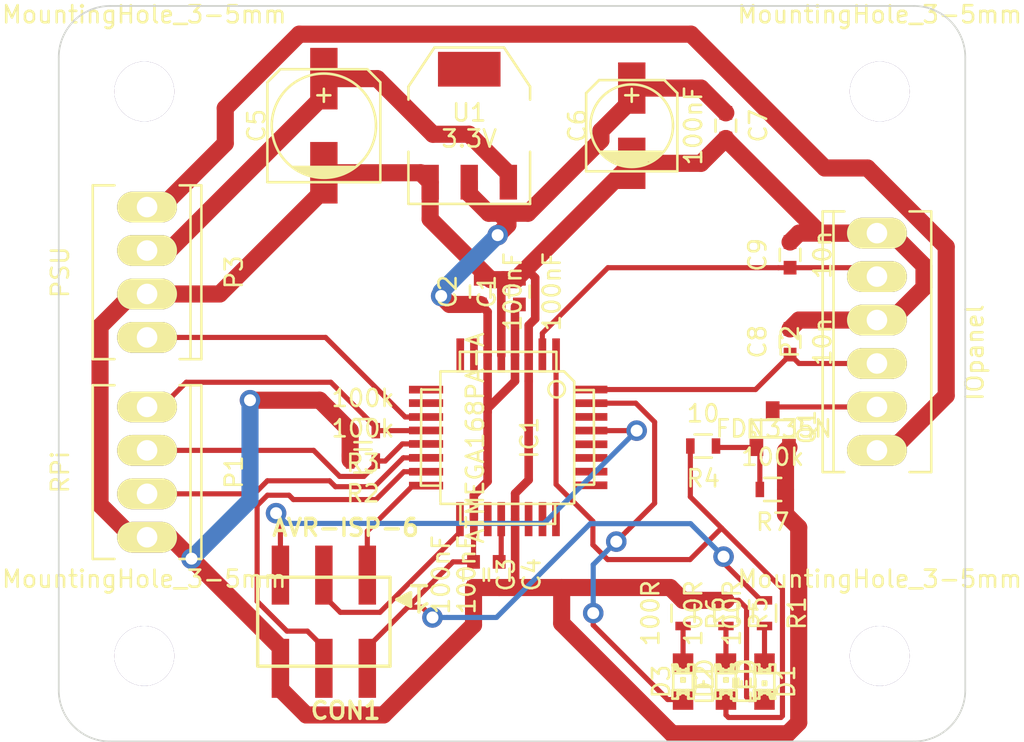
<source format=kicad_pcb>
(kicad_pcb (version 4) (host pcbnew "(2014-11-06 BZR 5256)-product")

  (general
    (links 61)
    (no_connects 0)
    (area 171.315476 122.27412 231.735524 167.07626)
    (thickness 1.6)
    (drawings 8)
    (tracks 268)
    (zones 0)
    (modules 30)
    (nets 23)
  )

  (page A4)
  (layers
    (0 F.Cu signal)
    (31 B.Cu signal)
    (32 B.Adhes user)
    (33 F.Adhes user)
    (34 B.Paste user)
    (35 F.Paste user)
    (36 B.SilkS user)
    (37 F.SilkS user)
    (38 B.Mask user)
    (39 F.Mask user)
    (40 Dwgs.User user)
    (41 Cmts.User user)
    (42 Eco1.User user)
    (43 Eco2.User user)
    (44 Edge.Cuts user)
    (45 Margin user)
    (46 B.CrtYd user)
    (47 F.CrtYd user)
    (48 B.Fab user)
    (49 F.Fab user)
  )

  (setup
    (last_trace_width 0.3)
    (trace_clearance 0.3)
    (zone_clearance 0.508)
    (zone_45_only no)
    (trace_min 0.254)
    (segment_width 0.2)
    (edge_width 0.1)
    (via_size 1.2)
    (via_drill 0.7)
    (via_min_size 0.889)
    (via_min_drill 0.508)
    (uvia_size 0.508)
    (uvia_drill 0.127)
    (uvias_allowed no)
    (uvia_min_size 0.508)
    (uvia_min_drill 0.127)
    (pcb_text_width 0.3)
    (pcb_text_size 1.5 1.5)
    (mod_edge_width 0.15)
    (mod_text_size 1 1)
    (mod_text_width 0.15)
    (pad_size 1.5 1.5)
    (pad_drill 0.6)
    (pad_to_mask_clearance 0)
    (pad_to_paste_clearance -0.05)
    (aux_axis_origin 201.5 166)
    (grid_origin 201.5 166)
    (visible_elements FFFFFF7F)
    (pcbplotparams
      (layerselection 0x0100c_80000001)
      (usegerberextensions true)
      (excludeedgelayer true)
      (linewidth 0.100000)
      (plotframeref false)
      (viasonmask false)
      (mode 1)
      (useauxorigin true)
      (hpglpennumber 1)
      (hpglpenspeed 20)
      (hpglpendiameter 15)
      (hpglpenoverlay 2)
      (psnegative false)
      (psa4output false)
      (plotreference true)
      (plotvalue true)
      (plotinvisibletext false)
      (padsonsilk false)
      (subtractmaskfromsilk false)
      (outputformat 1)
      (mirror false)
      (drillshape 0)
      (scaleselection 1)
      (outputdirectory ""))
  )

  (net 0 "")
  (net 1 +3.3V)
  (net 2 GND)
  (net 3 "Net-(C4-Pad1)")
  (net 4 +5V)
  (net 5 /PWR_SW)
  (net 6 /RST_SW)
  (net 7 /MISO)
  (net 8 /SCK)
  (net 9 /MOSI)
  (net 10 /RST)
  (net 11 "Net-(D1-Pad1)")
  (net 12 /PWR_LED)
  (net 13 "Net-(D2-Pad2)")
  (net 14 /RDY_LED)
  (net 15 "Net-(D3-Pad2)")
  (net 16 /SHTDWN_23)
  (net 17 /RPI_UP_24)
  (net 18 /RPI_REBOOT_25)
  (net 19 /PS_ON)
  (net 20 +12V)
  (net 21 "Net-(P2-Pad2)")
  (net 22 "Net-(Q1-Pad1)")

  (net_class Default "This is the default net class."
    (clearance 0.3)
    (trace_width 0.3)
    (via_dia 1.2)
    (via_drill 0.7)
    (uvia_dia 0.508)
    (uvia_drill 0.127)
    (add_net +12V)
    (add_net +3.3V)
    (add_net +5V)
    (add_net /MISO)
    (add_net /MOSI)
    (add_net /PS_ON)
    (add_net /PWR_LED)
    (add_net /PWR_SW)
    (add_net /RDY_LED)
    (add_net /RPI_REBOOT_25)
    (add_net /RPI_UP_24)
    (add_net /RST)
    (add_net /RST_SW)
    (add_net /SCK)
    (add_net /SHTDWN_23)
    (add_net GND)
    (add_net "Net-(C4-Pad1)")
    (add_net "Net-(D1-Pad1)")
    (add_net "Net-(D2-Pad2)")
    (add_net "Net-(D3-Pad2)")
    (add_net "Net-(P2-Pad2)")
    (add_net "Net-(Q1-Pad1)")
  )

  (module Capacitors_SMD:C_0603 (layer F.Cu) (tedit 5415D631) (tstamp 54DD23D1)
    (at 201.93 139.7 90)
    (descr "Capacitor SMD 0603, reflow soldering, AVX (see smccp.pdf)")
    (tags "capacitor 0603")
    (path /5475C78B)
    (attr smd)
    (fp_text reference C1 (at 0 -1.9 90) (layer F.SilkS)
      (effects (font (size 1 1) (thickness 0.15)))
    )
    (fp_text value 100nF (at 0 1.9 90) (layer F.SilkS)
      (effects (font (size 1 1) (thickness 0.15)))
    )
    (fp_line (start -1.45 -0.75) (end 1.45 -0.75) (layer F.CrtYd) (width 0.05))
    (fp_line (start -1.45 0.75) (end 1.45 0.75) (layer F.CrtYd) (width 0.05))
    (fp_line (start -1.45 -0.75) (end -1.45 0.75) (layer F.CrtYd) (width 0.05))
    (fp_line (start 1.45 -0.75) (end 1.45 0.75) (layer F.CrtYd) (width 0.05))
    (fp_line (start -0.35 -0.6) (end 0.35 -0.6) (layer F.SilkS) (width 0.15))
    (fp_line (start 0.35 0.6) (end -0.35 0.6) (layer F.SilkS) (width 0.15))
    (pad 1 smd rect (at -0.75 0 90) (size 0.8 0.75) (layers F.Cu F.Paste F.Mask)
      (net 1 +3.3V))
    (pad 2 smd rect (at 0.75 0 90) (size 0.8 0.75) (layers F.Cu F.Paste F.Mask)
      (net 2 GND))
    (model Capacitors_SMD/C_0603.wrl
      (at (xyz 0 0 0))
      (scale (xyz 1 1 1))
      (rotate (xyz 0 0 0))
    )
  )

  (module Capacitors_SMD:C_0603 (layer F.Cu) (tedit 5415D631) (tstamp 54DD23E4)
    (at 199.644 139.7 90)
    (descr "Capacitor SMD 0603, reflow soldering, AVX (see smccp.pdf)")
    (tags "capacitor 0603")
    (path /5475C81B)
    (attr smd)
    (fp_text reference C2 (at 0 -1.9 90) (layer F.SilkS)
      (effects (font (size 1 1) (thickness 0.15)))
    )
    (fp_text value 100nF (at 0 1.9 90) (layer F.SilkS)
      (effects (font (size 1 1) (thickness 0.15)))
    )
    (fp_line (start -1.45 -0.75) (end 1.45 -0.75) (layer F.CrtYd) (width 0.05))
    (fp_line (start -1.45 0.75) (end 1.45 0.75) (layer F.CrtYd) (width 0.05))
    (fp_line (start -1.45 -0.75) (end -1.45 0.75) (layer F.CrtYd) (width 0.05))
    (fp_line (start 1.45 -0.75) (end 1.45 0.75) (layer F.CrtYd) (width 0.05))
    (fp_line (start -0.35 -0.6) (end 0.35 -0.6) (layer F.SilkS) (width 0.15))
    (fp_line (start 0.35 0.6) (end -0.35 0.6) (layer F.SilkS) (width 0.15))
    (pad 1 smd rect (at -0.75 0 90) (size 0.8 0.75) (layers F.Cu F.Paste F.Mask)
      (net 1 +3.3V))
    (pad 2 smd rect (at 0.75 0 90) (size 0.8 0.75) (layers F.Cu F.Paste F.Mask)
      (net 2 GND))
    (model Capacitors_SMD/C_0603.wrl
      (at (xyz 0 0 0))
      (scale (xyz 1 1 1))
      (rotate (xyz 0 0 0))
    )
  )

  (module Capacitors_SMD:C_0603 (layer F.Cu) (tedit 5415D631) (tstamp 54DD1BDA)
    (at 199.25 156.25 270)
    (descr "Capacitor SMD 0603, reflow soldering, AVX (see smccp.pdf)")
    (tags "capacitor 0603")
    (path /5475C846)
    (attr smd)
    (fp_text reference C3 (at 0 -1.9 270) (layer F.SilkS)
      (effects (font (size 1 1) (thickness 0.15)))
    )
    (fp_text value 100nF (at 0 1.9 270) (layer F.SilkS)
      (effects (font (size 1 1) (thickness 0.15)))
    )
    (fp_line (start -1.45 -0.75) (end 1.45 -0.75) (layer F.CrtYd) (width 0.05))
    (fp_line (start -1.45 0.75) (end 1.45 0.75) (layer F.CrtYd) (width 0.05))
    (fp_line (start -1.45 -0.75) (end -1.45 0.75) (layer F.CrtYd) (width 0.05))
    (fp_line (start 1.45 -0.75) (end 1.45 0.75) (layer F.CrtYd) (width 0.05))
    (fp_line (start -0.35 -0.6) (end 0.35 -0.6) (layer F.SilkS) (width 0.15))
    (fp_line (start 0.35 0.6) (end -0.35 0.6) (layer F.SilkS) (width 0.15))
    (pad 1 smd rect (at -0.75 0 270) (size 0.8 0.75) (layers F.Cu F.Paste F.Mask)
      (net 1 +3.3V))
    (pad 2 smd rect (at 0.75 0 270) (size 0.8 0.75) (layers F.Cu F.Paste F.Mask)
      (net 2 GND))
    (model Capacitors_SMD/C_0603.wrl
      (at (xyz 0 0 0))
      (scale (xyz 1 1 1))
      (rotate (xyz 0 0 0))
    )
  )

  (module Capacitors_SMD:C_0603 (layer F.Cu) (tedit 5415D631) (tstamp 54DD1BE0)
    (at 200.75 156.25 270)
    (descr "Capacitor SMD 0603, reflow soldering, AVX (see smccp.pdf)")
    (tags "capacitor 0603")
    (path /5475C8B7)
    (attr smd)
    (fp_text reference C4 (at 0 -1.9 270) (layer F.SilkS)
      (effects (font (size 1 1) (thickness 0.15)))
    )
    (fp_text value 100nF (at 0 1.9 270) (layer F.SilkS)
      (effects (font (size 1 1) (thickness 0.15)))
    )
    (fp_line (start -1.45 -0.75) (end 1.45 -0.75) (layer F.CrtYd) (width 0.05))
    (fp_line (start -1.45 0.75) (end 1.45 0.75) (layer F.CrtYd) (width 0.05))
    (fp_line (start -1.45 -0.75) (end -1.45 0.75) (layer F.CrtYd) (width 0.05))
    (fp_line (start 1.45 -0.75) (end 1.45 0.75) (layer F.CrtYd) (width 0.05))
    (fp_line (start -0.35 -0.6) (end 0.35 -0.6) (layer F.SilkS) (width 0.15))
    (fp_line (start 0.35 0.6) (end -0.35 0.6) (layer F.SilkS) (width 0.15))
    (pad 1 smd rect (at -0.75 0 270) (size 0.8 0.75) (layers F.Cu F.Paste F.Mask)
      (net 3 "Net-(C4-Pad1)"))
    (pad 2 smd rect (at 0.75 0 270) (size 0.8 0.75) (layers F.Cu F.Paste F.Mask)
      (net 2 GND))
    (model Capacitors_SMD/C_0603.wrl
      (at (xyz 0 0 0))
      (scale (xyz 1 1 1))
      (rotate (xyz 0 0 0))
    )
  )

  (module Capacitors_SMD:c_elec_6.3x5.8 (layer F.Cu) (tedit 54DD1B88) (tstamp 54DD1BE6)
    (at 190.5 130 90)
    (descr "SMT capacitor, aluminium electrolytic, 6.3x5.8")
    (path /5474D994)
    (fp_text reference C5 (at 0 -3.937 90) (layer F.SilkS)
      (effects (font (size 1 1) (thickness 0.15)))
    )
    (fp_text value >100uF (at 0 3.81 90) (layer F.SilkS) hide
      (effects (font (size 1 1) (thickness 0.15)))
    )
    (fp_line (start -2.921 -0.762) (end -2.921 0.762) (layer F.SilkS) (width 0.15))
    (fp_line (start -2.794 1.143) (end -2.794 -1.143) (layer F.SilkS) (width 0.15))
    (fp_line (start -2.667 -1.397) (end -2.667 1.397) (layer F.SilkS) (width 0.15))
    (fp_line (start -2.54 1.651) (end -2.54 -1.651) (layer F.SilkS) (width 0.15))
    (fp_line (start -2.413 -1.778) (end -2.413 1.778) (layer F.SilkS) (width 0.15))
    (fp_circle (center 0 0) (end -3.048 0) (layer F.SilkS) (width 0.15))
    (fp_line (start -3.302 -3.302) (end -3.302 3.302) (layer F.SilkS) (width 0.15))
    (fp_line (start -3.302 3.302) (end 2.54 3.302) (layer F.SilkS) (width 0.15))
    (fp_line (start 2.54 3.302) (end 3.302 2.54) (layer F.SilkS) (width 0.15))
    (fp_line (start 3.302 2.54) (end 3.302 -2.54) (layer F.SilkS) (width 0.15))
    (fp_line (start 3.302 -2.54) (end 2.54 -3.302) (layer F.SilkS) (width 0.15))
    (fp_line (start 2.54 -3.302) (end -3.302 -3.302) (layer F.SilkS) (width 0.15))
    (fp_line (start 2.159 0) (end 1.397 0) (layer F.SilkS) (width 0.15))
    (fp_line (start 1.778 -0.381) (end 1.778 0.381) (layer F.SilkS) (width 0.15))
    (pad 1 smd rect (at 2.75082 0 90) (size 3.59918 1.6002) (layers F.Cu F.Paste F.Mask)
      (net 4 +5V))
    (pad 2 smd rect (at -2.75082 0 90) (size 3.59918 1.6002) (layers F.Cu F.Paste F.Mask)
      (net 2 GND))
    (model Capacitors_SMD/c_elec_6.3x5.8.wrl
      (at (xyz 0 0 0))
      (scale (xyz 1 1 1))
      (rotate (xyz 0 0 0))
    )
  )

  (module Capacitors_SMD:c_elec_5x5.3 (layer F.Cu) (tedit 540403A8) (tstamp 54DD1BEC)
    (at 208.5 130 90)
    (descr "SMT capacitor, aluminium electrolytic, 5x5.3")
    (path /5474DE9D)
    (fp_text reference C6 (at 0 -3.175 90) (layer F.SilkS)
      (effects (font (size 1 1) (thickness 0.15)))
    )
    (fp_text value 10uF (at 0 3.175 90) (layer F.SilkS) hide
      (effects (font (size 1 1) (thickness 0.15)))
    )
    (fp_line (start -2.286 -0.635) (end -2.286 0.762) (layer F.SilkS) (width 0.15))
    (fp_line (start -2.159 -0.889) (end -2.159 0.889) (layer F.SilkS) (width 0.15))
    (fp_line (start -2.032 -1.27) (end -2.032 1.27) (layer F.SilkS) (width 0.15))
    (fp_line (start -1.905 1.397) (end -1.905 -1.397) (layer F.SilkS) (width 0.15))
    (fp_line (start -1.778 -1.524) (end -1.778 1.524) (layer F.SilkS) (width 0.15))
    (fp_line (start -1.651 1.651) (end -1.651 -1.651) (layer F.SilkS) (width 0.15))
    (fp_line (start -1.524 -1.778) (end -1.524 1.778) (layer F.SilkS) (width 0.15))
    (fp_circle (center 0 0) (end -2.413 0) (layer F.SilkS) (width 0.15))
    (fp_line (start -2.667 -2.667) (end 1.905 -2.667) (layer F.SilkS) (width 0.15))
    (fp_line (start 1.905 -2.667) (end 2.667 -1.905) (layer F.SilkS) (width 0.15))
    (fp_line (start 2.667 -1.905) (end 2.667 1.905) (layer F.SilkS) (width 0.15))
    (fp_line (start 2.667 1.905) (end 1.905 2.667) (layer F.SilkS) (width 0.15))
    (fp_line (start 1.905 2.667) (end -2.667 2.667) (layer F.SilkS) (width 0.15))
    (fp_line (start -2.667 2.667) (end -2.667 -2.667) (layer F.SilkS) (width 0.15))
    (fp_line (start 2.159 0) (end 1.397 0) (layer F.SilkS) (width 0.15))
    (fp_line (start 1.778 -0.381) (end 1.778 0.381) (layer F.SilkS) (width 0.15))
    (pad 1 smd rect (at 2.19964 0 90) (size 2.99974 1.6002) (layers F.Cu F.Paste F.Mask)
      (net 1 +3.3V))
    (pad 2 smd rect (at -2.19964 0 90) (size 2.99974 1.6002) (layers F.Cu F.Paste F.Mask)
      (net 2 GND))
    (model Capacitors_SMD/c_elec_5x5.3.wrl
      (at (xyz 0 0 0))
      (scale (xyz 1 1 1))
      (rotate (xyz 0 0 0))
    )
  )

  (module Capacitors_SMD:C_0603 (layer F.Cu) (tedit 5415D631) (tstamp 54DD1BF2)
    (at 214 130 270)
    (descr "Capacitor SMD 0603, reflow soldering, AVX (see smccp.pdf)")
    (tags "capacitor 0603")
    (path /547582DC)
    (attr smd)
    (fp_text reference C7 (at 0 -1.9 270) (layer F.SilkS)
      (effects (font (size 1 1) (thickness 0.15)))
    )
    (fp_text value 100nF (at 0 1.9 270) (layer F.SilkS)
      (effects (font (size 1 1) (thickness 0.15)))
    )
    (fp_line (start -1.45 -0.75) (end 1.45 -0.75) (layer F.CrtYd) (width 0.05))
    (fp_line (start -1.45 0.75) (end 1.45 0.75) (layer F.CrtYd) (width 0.05))
    (fp_line (start -1.45 -0.75) (end -1.45 0.75) (layer F.CrtYd) (width 0.05))
    (fp_line (start 1.45 -0.75) (end 1.45 0.75) (layer F.CrtYd) (width 0.05))
    (fp_line (start -0.35 -0.6) (end 0.35 -0.6) (layer F.SilkS) (width 0.15))
    (fp_line (start 0.35 0.6) (end -0.35 0.6) (layer F.SilkS) (width 0.15))
    (pad 1 smd rect (at -0.75 0 270) (size 0.8 0.75) (layers F.Cu F.Paste F.Mask)
      (net 1 +3.3V))
    (pad 2 smd rect (at 0.75 0 270) (size 0.8 0.75) (layers F.Cu F.Paste F.Mask)
      (net 2 GND))
    (model Capacitors_SMD/C_0603.wrl
      (at (xyz 0 0 0))
      (scale (xyz 1 1 1))
      (rotate (xyz 0 0 0))
    )
  )

  (module Capacitors_SMD:C_0603 (layer F.Cu) (tedit 5415D631) (tstamp 54DD1BF8)
    (at 217.756 142.632 90)
    (descr "Capacitor SMD 0603, reflow soldering, AVX (see smccp.pdf)")
    (tags "capacitor 0603")
    (path /54DD622A)
    (attr smd)
    (fp_text reference C8 (at 0 -1.9 90) (layer F.SilkS)
      (effects (font (size 1 1) (thickness 0.15)))
    )
    (fp_text value 10n (at 0 1.9 90) (layer F.SilkS)
      (effects (font (size 1 1) (thickness 0.15)))
    )
    (fp_line (start -1.45 -0.75) (end 1.45 -0.75) (layer F.CrtYd) (width 0.05))
    (fp_line (start -1.45 0.75) (end 1.45 0.75) (layer F.CrtYd) (width 0.05))
    (fp_line (start -1.45 -0.75) (end -1.45 0.75) (layer F.CrtYd) (width 0.05))
    (fp_line (start 1.45 -0.75) (end 1.45 0.75) (layer F.CrtYd) (width 0.05))
    (fp_line (start -0.35 -0.6) (end 0.35 -0.6) (layer F.SilkS) (width 0.15))
    (fp_line (start 0.35 0.6) (end -0.35 0.6) (layer F.SilkS) (width 0.15))
    (pad 1 smd rect (at -0.75 0 90) (size 0.8 0.75) (layers F.Cu F.Paste F.Mask)
      (net 5 /PWR_SW))
    (pad 2 smd rect (at 0.75 0 90) (size 0.8 0.75) (layers F.Cu F.Paste F.Mask)
      (net 2 GND))
    (model Capacitors_SMD/C_0603.wrl
      (at (xyz 0 0 0))
      (scale (xyz 1 1 1))
      (rotate (xyz 0 0 0))
    )
  )

  (module Capacitors_SMD:C_0603 (layer F.Cu) (tedit 5415D631) (tstamp 54DD1BFE)
    (at 217.756 137.552 90)
    (descr "Capacitor SMD 0603, reflow soldering, AVX (see smccp.pdf)")
    (tags "capacitor 0603")
    (path /54DD62E9)
    (attr smd)
    (fp_text reference C9 (at 0 -1.9 90) (layer F.SilkS)
      (effects (font (size 1 1) (thickness 0.15)))
    )
    (fp_text value 10n (at 0 1.9 90) (layer F.SilkS)
      (effects (font (size 1 1) (thickness 0.15)))
    )
    (fp_line (start -1.45 -0.75) (end 1.45 -0.75) (layer F.CrtYd) (width 0.05))
    (fp_line (start -1.45 0.75) (end 1.45 0.75) (layer F.CrtYd) (width 0.05))
    (fp_line (start -1.45 -0.75) (end -1.45 0.75) (layer F.CrtYd) (width 0.05))
    (fp_line (start 1.45 -0.75) (end 1.45 0.75) (layer F.CrtYd) (width 0.05))
    (fp_line (start -0.35 -0.6) (end 0.35 -0.6) (layer F.SilkS) (width 0.15))
    (fp_line (start 0.35 0.6) (end -0.35 0.6) (layer F.SilkS) (width 0.15))
    (pad 1 smd rect (at -0.75 0 90) (size 0.8 0.75) (layers F.Cu F.Paste F.Mask)
      (net 6 /RST_SW))
    (pad 2 smd rect (at 0.75 0 90) (size 0.8 0.75) (layers F.Cu F.Paste F.Mask)
      (net 2 GND))
    (model Capacitors_SMD/C_0603.wrl
      (at (xyz 0 0 0))
      (scale (xyz 1 1 1))
      (rotate (xyz 0 0 0))
    )
  )

  (module Connectors:pin_2x6_smd (layer F.Cu) (tedit 54ABEC16) (tstamp 54DD1C08)
    (at 190.5 159 180)
    (descr "Smd dual-row strip connector, 2x2 pin, 2.54mm pitch")
    (path /5474D689)
    (fp_text reference CON1 (at -1.27 -5.2 180) (layer F.SilkS)
      (effects (font (size 0.99822 0.99822) (thickness 0.19812)))
    )
    (fp_text value AVR-ISP-6 (at -1.27 5.5 180) (layer F.SilkS)
      (effects (font (size 0.99568 0.99568) (thickness 0.19558)))
    )
    (fp_line (start -3.87 -2.6) (end 3.81 -2.6) (layer F.SilkS) (width 0.19812))
    (fp_line (start 3.87 -2.6) (end 3.87 2.6) (layer F.SilkS) (width 0.19812))
    (fp_line (start 3.81 2.6) (end -3.87 2.6) (layer F.SilkS) (width 0.19812))
    (fp_line (start -3.87 2.6) (end -3.87 -2.6) (layer F.SilkS) (width 0.19812))
    (fp_line (start -5.13 2.11) (end -5.57 2.11) (layer F.SilkS) (width 0.19812))
    (fp_line (start -6.02 1.05) (end -5.89 0.97) (layer F.SilkS) (width 0.19812))
    (fp_line (start -5.89 0.97) (end -5.73 0.84) (layer F.SilkS) (width 0.19812))
    (fp_line (start -5.73 0.84) (end -5.59 0.67) (layer F.SilkS) (width 0.19812))
    (fp_line (start -5.59 0.67) (end -5.56 0.58) (layer F.SilkS) (width 0.19812))
    (fp_line (start -5.56 0.58) (end -5.56 2.11) (layer F.SilkS) (width 0.19812))
    (fp_line (start -5.56 2.11) (end -6 2.11) (layer F.SilkS) (width 0.19812))
    (fp_line (start -4.57 1.4) (end -4.57 1.2) (layer F.SilkS) (width 0.19812))
    (fp_line (start -4.67 1.2) (end -4.67 1.4) (layer F.SilkS) (width 0.19812))
    (fp_line (start -4.77 1.5) (end -4.77 1.1) (layer F.SilkS) (width 0.19812))
    (fp_line (start -4.87 1.1) (end -4.87 1.5) (layer F.SilkS) (width 0.19812))
    (fp_line (start -4.97 1.6) (end -4.97 1) (layer F.SilkS) (width 0.19812))
    (fp_line (start -4.27 1.3) (end -5.07 1.7) (layer F.SilkS) (width 0.19812))
    (fp_line (start -5.07 1.7) (end -5.07 0.9) (layer F.SilkS) (width 0.19812))
    (fp_line (start -5.07 0.9) (end -4.27 1.3) (layer F.SilkS) (width 0.19812))
    (pad 1 smd rect (at -2.54 2.725 180) (size 1.02 3.45) (layers F.Cu F.Paste F.Mask)
      (net 7 /MISO))
    (pad 2 smd rect (at -2.54 -2.725 180) (size 1.02 3.45) (layers F.Cu F.Paste F.Mask)
      (net 1 +3.3V))
    (pad 3 smd rect (at 0 2.725 180) (size 1.02 3.45) (layers F.Cu F.Paste F.Mask)
      (net 8 /SCK))
    (pad 4 smd rect (at 0 -2.725 180) (size 1.02 3.45) (layers F.Cu F.Paste F.Mask)
      (net 9 /MOSI))
    (pad 5 smd rect (at 2.54 2.725 180) (size 1.02 3.45) (layers F.Cu F.Paste F.Mask)
      (net 10 /RST))
    (pad 6 smd rect (at 2.54 -2.725 180) (size 1.02 3.45) (layers F.Cu F.Paste F.Mask)
      (net 2 GND))
    (model walter/smd_strip/BB02-HP04.wrl
      (at (xyz 0 0 0))
      (scale (xyz 1 1 1))
      (rotate (xyz 0 0 0))
    )
  )

  (module LEDs:LED-0805 (layer F.Cu) (tedit 54DD1B88) (tstamp 54DD1C0E)
    (at 216.262 162.5 270)
    (descr "LED 0805 smd package")
    (tags "LED 0805 SMD")
    (path /547599E9)
    (attr smd)
    (fp_text reference D1 (at 0 -1.27 270) (layer F.SilkS)
      (effects (font (size 1 1) (thickness 0.15)))
    )
    (fp_text value LED (at 0 1.27 270) (layer F.SilkS)
      (effects (font (size 1 1) (thickness 0.15)))
    )
    (fp_line (start 0.49784 0.29972) (end 0.49784 0.62484) (layer F.SilkS) (width 0.15))
    (fp_line (start 0.49784 0.62484) (end 0.99822 0.62484) (layer F.SilkS) (width 0.15))
    (fp_line (start 0.99822 0.29972) (end 0.99822 0.62484) (layer F.SilkS) (width 0.15))
    (fp_line (start 0.49784 0.29972) (end 0.99822 0.29972) (layer F.SilkS) (width 0.15))
    (fp_line (start 0.49784 -0.32258) (end 0.49784 -0.17272) (layer F.SilkS) (width 0.15))
    (fp_line (start 0.49784 -0.17272) (end 0.7493 -0.17272) (layer F.SilkS) (width 0.15))
    (fp_line (start 0.7493 -0.32258) (end 0.7493 -0.17272) (layer F.SilkS) (width 0.15))
    (fp_line (start 0.49784 -0.32258) (end 0.7493 -0.32258) (layer F.SilkS) (width 0.15))
    (fp_line (start 0.49784 0.17272) (end 0.49784 0.32258) (layer F.SilkS) (width 0.15))
    (fp_line (start 0.49784 0.32258) (end 0.7493 0.32258) (layer F.SilkS) (width 0.15))
    (fp_line (start 0.7493 0.17272) (end 0.7493 0.32258) (layer F.SilkS) (width 0.15))
    (fp_line (start 0.49784 0.17272) (end 0.7493 0.17272) (layer F.SilkS) (width 0.15))
    (fp_line (start 0.49784 -0.19812) (end 0.49784 0.19812) (layer F.SilkS) (width 0.15))
    (fp_line (start 0.49784 0.19812) (end 0.6731 0.19812) (layer F.SilkS) (width 0.15))
    (fp_line (start 0.6731 -0.19812) (end 0.6731 0.19812) (layer F.SilkS) (width 0.15))
    (fp_line (start 0.49784 -0.19812) (end 0.6731 -0.19812) (layer F.SilkS) (width 0.15))
    (fp_line (start -0.99822 0.29972) (end -0.99822 0.62484) (layer F.SilkS) (width 0.15))
    (fp_line (start -0.99822 0.62484) (end -0.49784 0.62484) (layer F.SilkS) (width 0.15))
    (fp_line (start -0.49784 0.29972) (end -0.49784 0.62484) (layer F.SilkS) (width 0.15))
    (fp_line (start -0.99822 0.29972) (end -0.49784 0.29972) (layer F.SilkS) (width 0.15))
    (fp_line (start -0.99822 -0.62484) (end -0.99822 -0.29972) (layer F.SilkS) (width 0.15))
    (fp_line (start -0.99822 -0.29972) (end -0.49784 -0.29972) (layer F.SilkS) (width 0.15))
    (fp_line (start -0.49784 -0.62484) (end -0.49784 -0.29972) (layer F.SilkS) (width 0.15))
    (fp_line (start -0.99822 -0.62484) (end -0.49784 -0.62484) (layer F.SilkS) (width 0.15))
    (fp_line (start -0.7493 0.17272) (end -0.7493 0.32258) (layer F.SilkS) (width 0.15))
    (fp_line (start -0.7493 0.32258) (end -0.49784 0.32258) (layer F.SilkS) (width 0.15))
    (fp_line (start -0.49784 0.17272) (end -0.49784 0.32258) (layer F.SilkS) (width 0.15))
    (fp_line (start -0.7493 0.17272) (end -0.49784 0.17272) (layer F.SilkS) (width 0.15))
    (fp_line (start -0.7493 -0.32258) (end -0.7493 -0.17272) (layer F.SilkS) (width 0.15))
    (fp_line (start -0.7493 -0.17272) (end -0.49784 -0.17272) (layer F.SilkS) (width 0.15))
    (fp_line (start -0.49784 -0.32258) (end -0.49784 -0.17272) (layer F.SilkS) (width 0.15))
    (fp_line (start -0.7493 -0.32258) (end -0.49784 -0.32258) (layer F.SilkS) (width 0.15))
    (fp_line (start -0.6731 -0.19812) (end -0.6731 0.19812) (layer F.SilkS) (width 0.15))
    (fp_line (start -0.6731 0.19812) (end -0.49784 0.19812) (layer F.SilkS) (width 0.15))
    (fp_line (start -0.49784 -0.19812) (end -0.49784 0.19812) (layer F.SilkS) (width 0.15))
    (fp_line (start -0.6731 -0.19812) (end -0.49784 -0.19812) (layer F.SilkS) (width 0.15))
    (fp_line (start 0 -0.09906) (end 0 0.09906) (layer F.SilkS) (width 0.15))
    (fp_line (start 0 0.09906) (end 0.19812 0.09906) (layer F.SilkS) (width 0.15))
    (fp_line (start 0.19812 -0.09906) (end 0.19812 0.09906) (layer F.SilkS) (width 0.15))
    (fp_line (start 0 -0.09906) (end 0.19812 -0.09906) (layer F.SilkS) (width 0.15))
    (fp_line (start 0.49784 -0.59944) (end 0.49784 -0.29972) (layer F.SilkS) (width 0.15))
    (fp_line (start 0.49784 -0.29972) (end 0.79756 -0.29972) (layer F.SilkS) (width 0.15))
    (fp_line (start 0.79756 -0.59944) (end 0.79756 -0.29972) (layer F.SilkS) (width 0.15))
    (fp_line (start 0.49784 -0.59944) (end 0.79756 -0.59944) (layer F.SilkS) (width 0.15))
    (fp_line (start 0.92456 -0.62484) (end 0.92456 -0.39878) (layer F.SilkS) (width 0.15))
    (fp_line (start 0.92456 -0.39878) (end 0.99822 -0.39878) (layer F.SilkS) (width 0.15))
    (fp_line (start 0.99822 -0.62484) (end 0.99822 -0.39878) (layer F.SilkS) (width 0.15))
    (fp_line (start 0.92456 -0.62484) (end 0.99822 -0.62484) (layer F.SilkS) (width 0.15))
    (fp_line (start 0.52324 0.57404) (end -0.52324 0.57404) (layer F.SilkS) (width 0.15))
    (fp_line (start -0.49784 -0.57404) (end 0.92456 -0.57404) (layer F.SilkS) (width 0.15))
    (fp_circle (center 0.84836 -0.44958) (end 0.89916 -0.50038) (layer F.SilkS) (width 0.15))
    (fp_arc (start 0.99822 0) (end 0.99822 0.34798) (angle 180) (layer F.SilkS) (width 0.15))
    (fp_arc (start -0.99822 0) (end -0.99822 -0.34798) (angle 180) (layer F.SilkS) (width 0.15))
    (pad 1 smd rect (at -1.04902 0 270) (size 1.19888 1.19888) (layers F.Cu F.Paste F.Mask)
      (net 11 "Net-(D1-Pad1)"))
    (pad 2 smd rect (at 1.04902 0 270) (size 1.19888 1.19888) (layers F.Cu F.Paste F.Mask)
      (net 2 GND))
  )

  (module LEDs:LED-0805 (layer F.Cu) (tedit 54DD1B88) (tstamp 54DD1FEC)
    (at 214.008 162.5 90)
    (descr "LED 0805 smd package")
    (tags "LED 0805 SMD")
    (path /54DD3C41)
    (attr smd)
    (fp_text reference D2 (at 0 -1.27 90) (layer F.SilkS)
      (effects (font (size 1 1) (thickness 0.15)))
    )
    (fp_text value LED (at 0 1.27 90) (layer F.SilkS)
      (effects (font (size 1 1) (thickness 0.15)))
    )
    (fp_line (start 0.49784 0.29972) (end 0.49784 0.62484) (layer F.SilkS) (width 0.15))
    (fp_line (start 0.49784 0.62484) (end 0.99822 0.62484) (layer F.SilkS) (width 0.15))
    (fp_line (start 0.99822 0.29972) (end 0.99822 0.62484) (layer F.SilkS) (width 0.15))
    (fp_line (start 0.49784 0.29972) (end 0.99822 0.29972) (layer F.SilkS) (width 0.15))
    (fp_line (start 0.49784 -0.32258) (end 0.49784 -0.17272) (layer F.SilkS) (width 0.15))
    (fp_line (start 0.49784 -0.17272) (end 0.7493 -0.17272) (layer F.SilkS) (width 0.15))
    (fp_line (start 0.7493 -0.32258) (end 0.7493 -0.17272) (layer F.SilkS) (width 0.15))
    (fp_line (start 0.49784 -0.32258) (end 0.7493 -0.32258) (layer F.SilkS) (width 0.15))
    (fp_line (start 0.49784 0.17272) (end 0.49784 0.32258) (layer F.SilkS) (width 0.15))
    (fp_line (start 0.49784 0.32258) (end 0.7493 0.32258) (layer F.SilkS) (width 0.15))
    (fp_line (start 0.7493 0.17272) (end 0.7493 0.32258) (layer F.SilkS) (width 0.15))
    (fp_line (start 0.49784 0.17272) (end 0.7493 0.17272) (layer F.SilkS) (width 0.15))
    (fp_line (start 0.49784 -0.19812) (end 0.49784 0.19812) (layer F.SilkS) (width 0.15))
    (fp_line (start 0.49784 0.19812) (end 0.6731 0.19812) (layer F.SilkS) (width 0.15))
    (fp_line (start 0.6731 -0.19812) (end 0.6731 0.19812) (layer F.SilkS) (width 0.15))
    (fp_line (start 0.49784 -0.19812) (end 0.6731 -0.19812) (layer F.SilkS) (width 0.15))
    (fp_line (start -0.99822 0.29972) (end -0.99822 0.62484) (layer F.SilkS) (width 0.15))
    (fp_line (start -0.99822 0.62484) (end -0.49784 0.62484) (layer F.SilkS) (width 0.15))
    (fp_line (start -0.49784 0.29972) (end -0.49784 0.62484) (layer F.SilkS) (width 0.15))
    (fp_line (start -0.99822 0.29972) (end -0.49784 0.29972) (layer F.SilkS) (width 0.15))
    (fp_line (start -0.99822 -0.62484) (end -0.99822 -0.29972) (layer F.SilkS) (width 0.15))
    (fp_line (start -0.99822 -0.29972) (end -0.49784 -0.29972) (layer F.SilkS) (width 0.15))
    (fp_line (start -0.49784 -0.62484) (end -0.49784 -0.29972) (layer F.SilkS) (width 0.15))
    (fp_line (start -0.99822 -0.62484) (end -0.49784 -0.62484) (layer F.SilkS) (width 0.15))
    (fp_line (start -0.7493 0.17272) (end -0.7493 0.32258) (layer F.SilkS) (width 0.15))
    (fp_line (start -0.7493 0.32258) (end -0.49784 0.32258) (layer F.SilkS) (width 0.15))
    (fp_line (start -0.49784 0.17272) (end -0.49784 0.32258) (layer F.SilkS) (width 0.15))
    (fp_line (start -0.7493 0.17272) (end -0.49784 0.17272) (layer F.SilkS) (width 0.15))
    (fp_line (start -0.7493 -0.32258) (end -0.7493 -0.17272) (layer F.SilkS) (width 0.15))
    (fp_line (start -0.7493 -0.17272) (end -0.49784 -0.17272) (layer F.SilkS) (width 0.15))
    (fp_line (start -0.49784 -0.32258) (end -0.49784 -0.17272) (layer F.SilkS) (width 0.15))
    (fp_line (start -0.7493 -0.32258) (end -0.49784 -0.32258) (layer F.SilkS) (width 0.15))
    (fp_line (start -0.6731 -0.19812) (end -0.6731 0.19812) (layer F.SilkS) (width 0.15))
    (fp_line (start -0.6731 0.19812) (end -0.49784 0.19812) (layer F.SilkS) (width 0.15))
    (fp_line (start -0.49784 -0.19812) (end -0.49784 0.19812) (layer F.SilkS) (width 0.15))
    (fp_line (start -0.6731 -0.19812) (end -0.49784 -0.19812) (layer F.SilkS) (width 0.15))
    (fp_line (start 0 -0.09906) (end 0 0.09906) (layer F.SilkS) (width 0.15))
    (fp_line (start 0 0.09906) (end 0.19812 0.09906) (layer F.SilkS) (width 0.15))
    (fp_line (start 0.19812 -0.09906) (end 0.19812 0.09906) (layer F.SilkS) (width 0.15))
    (fp_line (start 0 -0.09906) (end 0.19812 -0.09906) (layer F.SilkS) (width 0.15))
    (fp_line (start 0.49784 -0.59944) (end 0.49784 -0.29972) (layer F.SilkS) (width 0.15))
    (fp_line (start 0.49784 -0.29972) (end 0.79756 -0.29972) (layer F.SilkS) (width 0.15))
    (fp_line (start 0.79756 -0.59944) (end 0.79756 -0.29972) (layer F.SilkS) (width 0.15))
    (fp_line (start 0.49784 -0.59944) (end 0.79756 -0.59944) (layer F.SilkS) (width 0.15))
    (fp_line (start 0.92456 -0.62484) (end 0.92456 -0.39878) (layer F.SilkS) (width 0.15))
    (fp_line (start 0.92456 -0.39878) (end 0.99822 -0.39878) (layer F.SilkS) (width 0.15))
    (fp_line (start 0.99822 -0.62484) (end 0.99822 -0.39878) (layer F.SilkS) (width 0.15))
    (fp_line (start 0.92456 -0.62484) (end 0.99822 -0.62484) (layer F.SilkS) (width 0.15))
    (fp_line (start 0.52324 0.57404) (end -0.52324 0.57404) (layer F.SilkS) (width 0.15))
    (fp_line (start -0.49784 -0.57404) (end 0.92456 -0.57404) (layer F.SilkS) (width 0.15))
    (fp_circle (center 0.84836 -0.44958) (end 0.89916 -0.50038) (layer F.SilkS) (width 0.15))
    (fp_arc (start 0.99822 0) (end 0.99822 0.34798) (angle 180) (layer F.SilkS) (width 0.15))
    (fp_arc (start -0.99822 0) (end -0.99822 -0.34798) (angle 180) (layer F.SilkS) (width 0.15))
    (pad 1 smd rect (at -1.04902 0 90) (size 1.19888 1.19888) (layers F.Cu F.Paste F.Mask)
      (net 12 /PWR_LED))
    (pad 2 smd rect (at 1.04902 0 90) (size 1.19888 1.19888) (layers F.Cu F.Paste F.Mask)
      (net 13 "Net-(D2-Pad2)"))
  )

  (module LEDs:LED-0805 (layer F.Cu) (tedit 54DD1B88) (tstamp 54DD1C1A)
    (at 211.5 162.5 90)
    (descr "LED 0805 smd package")
    (tags "LED 0805 SMD")
    (path /54DD3740)
    (attr smd)
    (fp_text reference D3 (at 0 -1.27 90) (layer F.SilkS)
      (effects (font (size 1 1) (thickness 0.15)))
    )
    (fp_text value LED (at 0 1.27 90) (layer F.SilkS)
      (effects (font (size 1 1) (thickness 0.15)))
    )
    (fp_line (start 0.49784 0.29972) (end 0.49784 0.62484) (layer F.SilkS) (width 0.15))
    (fp_line (start 0.49784 0.62484) (end 0.99822 0.62484) (layer F.SilkS) (width 0.15))
    (fp_line (start 0.99822 0.29972) (end 0.99822 0.62484) (layer F.SilkS) (width 0.15))
    (fp_line (start 0.49784 0.29972) (end 0.99822 0.29972) (layer F.SilkS) (width 0.15))
    (fp_line (start 0.49784 -0.32258) (end 0.49784 -0.17272) (layer F.SilkS) (width 0.15))
    (fp_line (start 0.49784 -0.17272) (end 0.7493 -0.17272) (layer F.SilkS) (width 0.15))
    (fp_line (start 0.7493 -0.32258) (end 0.7493 -0.17272) (layer F.SilkS) (width 0.15))
    (fp_line (start 0.49784 -0.32258) (end 0.7493 -0.32258) (layer F.SilkS) (width 0.15))
    (fp_line (start 0.49784 0.17272) (end 0.49784 0.32258) (layer F.SilkS) (width 0.15))
    (fp_line (start 0.49784 0.32258) (end 0.7493 0.32258) (layer F.SilkS) (width 0.15))
    (fp_line (start 0.7493 0.17272) (end 0.7493 0.32258) (layer F.SilkS) (width 0.15))
    (fp_line (start 0.49784 0.17272) (end 0.7493 0.17272) (layer F.SilkS) (width 0.15))
    (fp_line (start 0.49784 -0.19812) (end 0.49784 0.19812) (layer F.SilkS) (width 0.15))
    (fp_line (start 0.49784 0.19812) (end 0.6731 0.19812) (layer F.SilkS) (width 0.15))
    (fp_line (start 0.6731 -0.19812) (end 0.6731 0.19812) (layer F.SilkS) (width 0.15))
    (fp_line (start 0.49784 -0.19812) (end 0.6731 -0.19812) (layer F.SilkS) (width 0.15))
    (fp_line (start -0.99822 0.29972) (end -0.99822 0.62484) (layer F.SilkS) (width 0.15))
    (fp_line (start -0.99822 0.62484) (end -0.49784 0.62484) (layer F.SilkS) (width 0.15))
    (fp_line (start -0.49784 0.29972) (end -0.49784 0.62484) (layer F.SilkS) (width 0.15))
    (fp_line (start -0.99822 0.29972) (end -0.49784 0.29972) (layer F.SilkS) (width 0.15))
    (fp_line (start -0.99822 -0.62484) (end -0.99822 -0.29972) (layer F.SilkS) (width 0.15))
    (fp_line (start -0.99822 -0.29972) (end -0.49784 -0.29972) (layer F.SilkS) (width 0.15))
    (fp_line (start -0.49784 -0.62484) (end -0.49784 -0.29972) (layer F.SilkS) (width 0.15))
    (fp_line (start -0.99822 -0.62484) (end -0.49784 -0.62484) (layer F.SilkS) (width 0.15))
    (fp_line (start -0.7493 0.17272) (end -0.7493 0.32258) (layer F.SilkS) (width 0.15))
    (fp_line (start -0.7493 0.32258) (end -0.49784 0.32258) (layer F.SilkS) (width 0.15))
    (fp_line (start -0.49784 0.17272) (end -0.49784 0.32258) (layer F.SilkS) (width 0.15))
    (fp_line (start -0.7493 0.17272) (end -0.49784 0.17272) (layer F.SilkS) (width 0.15))
    (fp_line (start -0.7493 -0.32258) (end -0.7493 -0.17272) (layer F.SilkS) (width 0.15))
    (fp_line (start -0.7493 -0.17272) (end -0.49784 -0.17272) (layer F.SilkS) (width 0.15))
    (fp_line (start -0.49784 -0.32258) (end -0.49784 -0.17272) (layer F.SilkS) (width 0.15))
    (fp_line (start -0.7493 -0.32258) (end -0.49784 -0.32258) (layer F.SilkS) (width 0.15))
    (fp_line (start -0.6731 -0.19812) (end -0.6731 0.19812) (layer F.SilkS) (width 0.15))
    (fp_line (start -0.6731 0.19812) (end -0.49784 0.19812) (layer F.SilkS) (width 0.15))
    (fp_line (start -0.49784 -0.19812) (end -0.49784 0.19812) (layer F.SilkS) (width 0.15))
    (fp_line (start -0.6731 -0.19812) (end -0.49784 -0.19812) (layer F.SilkS) (width 0.15))
    (fp_line (start 0 -0.09906) (end 0 0.09906) (layer F.SilkS) (width 0.15))
    (fp_line (start 0 0.09906) (end 0.19812 0.09906) (layer F.SilkS) (width 0.15))
    (fp_line (start 0.19812 -0.09906) (end 0.19812 0.09906) (layer F.SilkS) (width 0.15))
    (fp_line (start 0 -0.09906) (end 0.19812 -0.09906) (layer F.SilkS) (width 0.15))
    (fp_line (start 0.49784 -0.59944) (end 0.49784 -0.29972) (layer F.SilkS) (width 0.15))
    (fp_line (start 0.49784 -0.29972) (end 0.79756 -0.29972) (layer F.SilkS) (width 0.15))
    (fp_line (start 0.79756 -0.59944) (end 0.79756 -0.29972) (layer F.SilkS) (width 0.15))
    (fp_line (start 0.49784 -0.59944) (end 0.79756 -0.59944) (layer F.SilkS) (width 0.15))
    (fp_line (start 0.92456 -0.62484) (end 0.92456 -0.39878) (layer F.SilkS) (width 0.15))
    (fp_line (start 0.92456 -0.39878) (end 0.99822 -0.39878) (layer F.SilkS) (width 0.15))
    (fp_line (start 0.99822 -0.62484) (end 0.99822 -0.39878) (layer F.SilkS) (width 0.15))
    (fp_line (start 0.92456 -0.62484) (end 0.99822 -0.62484) (layer F.SilkS) (width 0.15))
    (fp_line (start 0.52324 0.57404) (end -0.52324 0.57404) (layer F.SilkS) (width 0.15))
    (fp_line (start -0.49784 -0.57404) (end 0.92456 -0.57404) (layer F.SilkS) (width 0.15))
    (fp_circle (center 0.84836 -0.44958) (end 0.89916 -0.50038) (layer F.SilkS) (width 0.15))
    (fp_arc (start 0.99822 0) (end 0.99822 0.34798) (angle 180) (layer F.SilkS) (width 0.15))
    (fp_arc (start -0.99822 0) (end -0.99822 -0.34798) (angle 180) (layer F.SilkS) (width 0.15))
    (pad 1 smd rect (at -1.04902 0 90) (size 1.19888 1.19888) (layers F.Cu F.Paste F.Mask)
      (net 14 /RDY_LED))
    (pad 2 smd rect (at 1.04902 0 90) (size 1.19888 1.19888) (layers F.Cu F.Paste F.Mask)
      (net 15 "Net-(D3-Pad2)"))
  )

  (module SMD_Packages:TQFP-32 (layer F.Cu) (tedit 54DD1B88) (tstamp 54DD1C3E)
    (at 201.25 148.25 270)
    (path /5474F327)
    (fp_text reference IC1 (at 0 -1.27 270) (layer F.SilkS)
      (effects (font (size 1 1) (thickness 0.15)))
    )
    (fp_text value ATMEGA168PA-A (at 0 1.905 270) (layer F.SilkS)
      (effects (font (size 1 1) (thickness 0.15)))
    )
    (fp_line (start 5.0292 2.7686) (end 3.8862 2.7686) (layer F.SilkS) (width 0.15))
    (fp_line (start 5.0292 -2.7686) (end 3.9116 -2.7686) (layer F.SilkS) (width 0.15))
    (fp_line (start 5.0292 2.7686) (end 5.0292 -2.7686) (layer F.SilkS) (width 0.15))
    (fp_line (start 2.794 3.9624) (end 2.794 5.0546) (layer F.SilkS) (width 0.15))
    (fp_line (start -2.8194 3.9878) (end -2.8194 5.0546) (layer F.SilkS) (width 0.15))
    (fp_line (start -2.8448 5.0546) (end 2.794 5.08) (layer F.SilkS) (width 0.15))
    (fp_line (start -2.794 -5.0292) (end 2.7178 -5.0546) (layer F.SilkS) (width 0.15))
    (fp_line (start -3.8862 -3.2766) (end -3.8862 3.9116) (layer F.SilkS) (width 0.15))
    (fp_line (start 2.7432 -5.0292) (end 2.7432 -3.9878) (layer F.SilkS) (width 0.15))
    (fp_line (start -3.2512 -3.8862) (end 3.81 -3.8862) (layer F.SilkS) (width 0.15))
    (fp_line (start 3.8608 3.937) (end 3.8608 -3.7846) (layer F.SilkS) (width 0.15))
    (fp_line (start -3.8862 3.937) (end 3.7338 3.937) (layer F.SilkS) (width 0.15))
    (fp_line (start -5.0292 -2.8448) (end -5.0292 2.794) (layer F.SilkS) (width 0.15))
    (fp_line (start -5.0292 2.794) (end -3.8862 2.794) (layer F.SilkS) (width 0.15))
    (fp_line (start -3.87604 -3.302) (end -3.29184 -3.8862) (layer F.SilkS) (width 0.15))
    (fp_line (start -5.02412 -2.8448) (end -3.87604 -2.8448) (layer F.SilkS) (width 0.15))
    (fp_line (start -2.794 -3.8862) (end -2.794 -5.03428) (layer F.SilkS) (width 0.15))
    (fp_circle (center -2.83972 -2.86004) (end -2.43332 -2.60604) (layer F.SilkS) (width 0.15))
    (pad 8 smd rect (at -4.81584 2.77622 270) (size 1.99898 0.44958) (layers F.Cu F.Paste F.Mask))
    (pad 7 smd rect (at -4.81584 1.97612 270) (size 1.99898 0.44958) (layers F.Cu F.Paste F.Mask))
    (pad 6 smd rect (at -4.81584 1.17602 270) (size 1.99898 0.44958) (layers F.Cu F.Paste F.Mask)
      (net 1 +3.3V))
    (pad 5 smd rect (at -4.81584 0.37592 270) (size 1.99898 0.44958) (layers F.Cu F.Paste F.Mask)
      (net 2 GND))
    (pad 4 smd rect (at -4.81584 -0.42418 270) (size 1.99898 0.44958) (layers F.Cu F.Paste F.Mask)
      (net 1 +3.3V))
    (pad 3 smd rect (at -4.81584 -1.22428 270) (size 1.99898 0.44958) (layers F.Cu F.Paste F.Mask)
      (net 2 GND))
    (pad 2 smd rect (at -4.81584 -2.02438 270) (size 1.99898 0.44958) (layers F.Cu F.Paste F.Mask)
      (net 6 /RST_SW))
    (pad 1 smd rect (at -4.81584 -2.82448 270) (size 1.99898 0.44958) (layers F.Cu F.Paste F.Mask)
      (net 12 /PWR_LED))
    (pad 24 smd rect (at 4.7498 -2.8194 270) (size 1.99898 0.44958) (layers F.Cu F.Paste F.Mask))
    (pad 17 smd rect (at 4.7498 2.794 270) (size 1.99898 0.44958) (layers F.Cu F.Paste F.Mask)
      (net 8 /SCK))
    (pad 18 smd rect (at 4.7498 1.9812 270) (size 1.99898 0.44958) (layers F.Cu F.Paste F.Mask)
      (net 1 +3.3V))
    (pad 19 smd rect (at 4.7498 1.1684 270) (size 1.99898 0.44958) (layers F.Cu F.Paste F.Mask))
    (pad 20 smd rect (at 4.7498 0.381 270) (size 1.99898 0.44958) (layers F.Cu F.Paste F.Mask)
      (net 3 "Net-(C4-Pad1)"))
    (pad 21 smd rect (at 4.7498 -0.4318 270) (size 1.99898 0.44958) (layers F.Cu F.Paste F.Mask)
      (net 2 GND))
    (pad 22 smd rect (at 4.7498 -1.2192 270) (size 1.99898 0.44958) (layers F.Cu F.Paste F.Mask))
    (pad 23 smd rect (at 4.7498 -2.032 270) (size 1.99898 0.44958) (layers F.Cu F.Paste F.Mask))
    (pad 32 smd rect (at -2.82448 -4.826 270) (size 0.44958 1.99898) (layers F.Cu F.Paste F.Mask)
      (net 5 /PWR_SW))
    (pad 31 smd rect (at -2.02692 -4.826 270) (size 0.44958 1.99898) (layers F.Cu F.Paste F.Mask)
      (net 14 /RDY_LED))
    (pad 30 smd rect (at -1.22428 -4.826 270) (size 0.44958 1.99898) (layers F.Cu F.Paste F.Mask))
    (pad 29 smd rect (at -0.42672 -4.826 270) (size 0.44958 1.99898) (layers F.Cu F.Paste F.Mask)
      (net 10 /RST))
    (pad 28 smd rect (at 0.37592 -4.826 270) (size 0.44958 1.99898) (layers F.Cu F.Paste F.Mask))
    (pad 27 smd rect (at 1.17348 -4.826 270) (size 0.44958 1.99898) (layers F.Cu F.Paste F.Mask))
    (pad 26 smd rect (at 1.97612 -4.826 270) (size 0.44958 1.99898) (layers F.Cu F.Paste F.Mask))
    (pad 25 smd rect (at 2.77368 -4.826 270) (size 0.44958 1.99898) (layers F.Cu F.Paste F.Mask))
    (pad 9 smd rect (at -2.8194 4.7752 270) (size 0.44958 1.99898) (layers F.Cu F.Paste F.Mask))
    (pad 10 smd rect (at -2.032 4.7752 270) (size 0.44958 1.99898) (layers F.Cu F.Paste F.Mask))
    (pad 11 smd rect (at -1.2192 4.7752 270) (size 0.44958 1.99898) (layers F.Cu F.Paste F.Mask)
      (net 19 /PS_ON))
    (pad 12 smd rect (at -0.4318 4.7752 270) (size 0.44958 1.99898) (layers F.Cu F.Paste F.Mask)
      (net 18 /RPI_REBOOT_25))
    (pad 13 smd rect (at 0.3556 4.7752 270) (size 0.44958 1.99898) (layers F.Cu F.Paste F.Mask)
      (net 17 /RPI_UP_24))
    (pad 14 smd rect (at 1.1684 4.7752 270) (size 0.44958 1.99898) (layers F.Cu F.Paste F.Mask)
      (net 16 /SHTDWN_23))
    (pad 15 smd rect (at 1.9812 4.7752 270) (size 0.44958 1.99898) (layers F.Cu F.Paste F.Mask)
      (net 9 /MOSI))
    (pad 16 smd rect (at 2.794 4.7752 270) (size 0.44958 1.99898) (layers F.Cu F.Paste F.Mask)
      (net 7 /MISO))
    (model SMD_Packages/TQFP-32.wrl
      (at (xyz 0 0 0))
      (scale (xyz 1 1 1))
      (rotate (xyz 0 0 0))
    )
  )

  (module Resistors_SMD:R_0603 (layer F.Cu) (tedit 5415CC62) (tstamp 54DD1C5D)
    (at 216.262 158.5 270)
    (descr "Resistor SMD 0603, reflow soldering, Vishay (see dcrcw.pdf)")
    (tags "resistor 0603")
    (path /54759A84)
    (attr smd)
    (fp_text reference R1 (at 0 -1.9 270) (layer F.SilkS)
      (effects (font (size 1 1) (thickness 0.15)))
    )
    (fp_text value 100R (at 0 1.9 270) (layer F.SilkS)
      (effects (font (size 1 1) (thickness 0.15)))
    )
    (fp_line (start -1.3 -0.8) (end 1.3 -0.8) (layer F.CrtYd) (width 0.05))
    (fp_line (start -1.3 0.8) (end 1.3 0.8) (layer F.CrtYd) (width 0.05))
    (fp_line (start -1.3 -0.8) (end -1.3 0.8) (layer F.CrtYd) (width 0.05))
    (fp_line (start 1.3 -0.8) (end 1.3 0.8) (layer F.CrtYd) (width 0.05))
    (fp_line (start 0.5 0.675) (end -0.5 0.675) (layer F.SilkS) (width 0.15))
    (fp_line (start -0.5 -0.675) (end 0.5 -0.675) (layer F.SilkS) (width 0.15))
    (pad 1 smd rect (at -0.75 0 270) (size 0.5 0.9) (layers F.Cu F.Paste F.Mask)
      (net 1 +3.3V))
    (pad 2 smd rect (at 0.75 0 270) (size 0.5 0.9) (layers F.Cu F.Paste F.Mask)
      (net 11 "Net-(D1-Pad1)"))
    (model Resistors_SMD/R_0603.wrl
      (at (xyz 0 0 0))
      (scale (xyz 1 1 1))
      (rotate (xyz 0 0 0))
    )
  )

  (module Resistors_SMD:R_0603 (layer F.Cu) (tedit 5415CC62) (tstamp 54DD2634)
    (at 192.786 149.606 180)
    (descr "Resistor SMD 0603, reflow soldering, Vishay (see dcrcw.pdf)")
    (tags "resistor 0603")
    (path /54DD6A6B)
    (attr smd)
    (fp_text reference R2 (at 0 -1.9 180) (layer F.SilkS)
      (effects (font (size 1 1) (thickness 0.15)))
    )
    (fp_text value 100k (at 0 1.9 180) (layer F.SilkS)
      (effects (font (size 1 1) (thickness 0.15)))
    )
    (fp_line (start -1.3 -0.8) (end 1.3 -0.8) (layer F.CrtYd) (width 0.05))
    (fp_line (start -1.3 0.8) (end 1.3 0.8) (layer F.CrtYd) (width 0.05))
    (fp_line (start -1.3 -0.8) (end -1.3 0.8) (layer F.CrtYd) (width 0.05))
    (fp_line (start 1.3 -0.8) (end 1.3 0.8) (layer F.CrtYd) (width 0.05))
    (fp_line (start 0.5 0.675) (end -0.5 0.675) (layer F.SilkS) (width 0.15))
    (fp_line (start -0.5 -0.675) (end 0.5 -0.675) (layer F.SilkS) (width 0.15))
    (pad 1 smd rect (at -0.75 0 180) (size 0.5 0.9) (layers F.Cu F.Paste F.Mask)
      (net 17 /RPI_UP_24))
    (pad 2 smd rect (at 0.75 0 180) (size 0.5 0.9) (layers F.Cu F.Paste F.Mask)
      (net 2 GND))
    (model Resistors_SMD/R_0603.wrl
      (at (xyz 0 0 0))
      (scale (xyz 1 1 1))
      (rotate (xyz 0 0 0))
    )
  )

  (module Resistors_SMD:R_0603 (layer F.Cu) (tedit 5415CC62) (tstamp 54DD263B)
    (at 192.786 147.828 180)
    (descr "Resistor SMD 0603, reflow soldering, Vishay (see dcrcw.pdf)")
    (tags "resistor 0603")
    (path /54DD69D6)
    (attr smd)
    (fp_text reference R3 (at 0 -1.9 180) (layer F.SilkS)
      (effects (font (size 1 1) (thickness 0.15)))
    )
    (fp_text value 100k (at 0 1.9 180) (layer F.SilkS)
      (effects (font (size 1 1) (thickness 0.15)))
    )
    (fp_line (start -1.3 -0.8) (end 1.3 -0.8) (layer F.CrtYd) (width 0.05))
    (fp_line (start -1.3 0.8) (end 1.3 0.8) (layer F.CrtYd) (width 0.05))
    (fp_line (start -1.3 -0.8) (end -1.3 0.8) (layer F.CrtYd) (width 0.05))
    (fp_line (start 1.3 -0.8) (end 1.3 0.8) (layer F.CrtYd) (width 0.05))
    (fp_line (start 0.5 0.675) (end -0.5 0.675) (layer F.SilkS) (width 0.15))
    (fp_line (start -0.5 -0.675) (end 0.5 -0.675) (layer F.SilkS) (width 0.15))
    (pad 1 smd rect (at -0.75 0 180) (size 0.5 0.9) (layers F.Cu F.Paste F.Mask)
      (net 18 /RPI_REBOOT_25))
    (pad 2 smd rect (at 0.75 0 180) (size 0.5 0.9) (layers F.Cu F.Paste F.Mask)
      (net 2 GND))
    (model Resistors_SMD/R_0603.wrl
      (at (xyz 0 0 0))
      (scale (xyz 1 1 1))
      (rotate (xyz 0 0 0))
    )
  )

  (module Resistors_SMD:R_0603 (layer F.Cu) (tedit 5415CC62) (tstamp 54DD1C6F)
    (at 212.676 148.728 180)
    (descr "Resistor SMD 0603, reflow soldering, Vishay (see dcrcw.pdf)")
    (tags "resistor 0603")
    (path /54E26340)
    (attr smd)
    (fp_text reference R4 (at 0 -1.9 180) (layer F.SilkS)
      (effects (font (size 1 1) (thickness 0.15)))
    )
    (fp_text value 10 (at 0 1.9 180) (layer F.SilkS)
      (effects (font (size 1 1) (thickness 0.15)))
    )
    (fp_line (start -1.3 -0.8) (end 1.3 -0.8) (layer F.CrtYd) (width 0.05))
    (fp_line (start -1.3 0.8) (end 1.3 0.8) (layer F.CrtYd) (width 0.05))
    (fp_line (start -1.3 -0.8) (end -1.3 0.8) (layer F.CrtYd) (width 0.05))
    (fp_line (start 1.3 -0.8) (end 1.3 0.8) (layer F.CrtYd) (width 0.05))
    (fp_line (start 0.5 0.675) (end -0.5 0.675) (layer F.SilkS) (width 0.15))
    (fp_line (start -0.5 -0.675) (end 0.5 -0.675) (layer F.SilkS) (width 0.15))
    (pad 1 smd rect (at -0.75 0 180) (size 0.5 0.9) (layers F.Cu F.Paste F.Mask)
      (net 22 "Net-(Q1-Pad1)"))
    (pad 2 smd rect (at 0.75 0 180) (size 0.5 0.9) (layers F.Cu F.Paste F.Mask)
      (net 12 /PWR_LED))
    (model Resistors_SMD/R_0603.wrl
      (at (xyz 0 0 0))
      (scale (xyz 1 1 1))
      (rotate (xyz 0 0 0))
    )
  )

  (module Resistors_SMD:R_0603 (layer F.Cu) (tedit 5415CC62) (tstamp 54DD1C75)
    (at 214.008 158.5 270)
    (descr "Resistor SMD 0603, reflow soldering, Vishay (see dcrcw.pdf)")
    (tags "resistor 0603")
    (path /54DD3C47)
    (attr smd)
    (fp_text reference R5 (at 0 -1.9 270) (layer F.SilkS)
      (effects (font (size 1 1) (thickness 0.15)))
    )
    (fp_text value 100R (at 0 1.9 270) (layer F.SilkS)
      (effects (font (size 1 1) (thickness 0.15)))
    )
    (fp_line (start -1.3 -0.8) (end 1.3 -0.8) (layer F.CrtYd) (width 0.05))
    (fp_line (start -1.3 0.8) (end 1.3 0.8) (layer F.CrtYd) (width 0.05))
    (fp_line (start -1.3 -0.8) (end -1.3 0.8) (layer F.CrtYd) (width 0.05))
    (fp_line (start 1.3 -0.8) (end 1.3 0.8) (layer F.CrtYd) (width 0.05))
    (fp_line (start 0.5 0.675) (end -0.5 0.675) (layer F.SilkS) (width 0.15))
    (fp_line (start -0.5 -0.675) (end 0.5 -0.675) (layer F.SilkS) (width 0.15))
    (pad 1 smd rect (at -0.75 0 270) (size 0.5 0.9) (layers F.Cu F.Paste F.Mask)
      (net 2 GND))
    (pad 2 smd rect (at 0.75 0 270) (size 0.5 0.9) (layers F.Cu F.Paste F.Mask)
      (net 13 "Net-(D2-Pad2)"))
    (model Resistors_SMD/R_0603.wrl
      (at (xyz 0 0 0))
      (scale (xyz 1 1 1))
      (rotate (xyz 0 0 0))
    )
  )

  (module Resistors_SMD:R_0603 (layer F.Cu) (tedit 5415CC62) (tstamp 54DD1C7B)
    (at 211.5 158.5 270)
    (descr "Resistor SMD 0603, reflow soldering, Vishay (see dcrcw.pdf)")
    (tags "resistor 0603")
    (path /54DD37BF)
    (attr smd)
    (fp_text reference R6 (at 0 -1.9 270) (layer F.SilkS)
      (effects (font (size 1 1) (thickness 0.15)))
    )
    (fp_text value 100R (at 0 1.9 270) (layer F.SilkS)
      (effects (font (size 1 1) (thickness 0.15)))
    )
    (fp_line (start -1.3 -0.8) (end 1.3 -0.8) (layer F.CrtYd) (width 0.05))
    (fp_line (start -1.3 0.8) (end 1.3 0.8) (layer F.CrtYd) (width 0.05))
    (fp_line (start -1.3 -0.8) (end -1.3 0.8) (layer F.CrtYd) (width 0.05))
    (fp_line (start 1.3 -0.8) (end 1.3 0.8) (layer F.CrtYd) (width 0.05))
    (fp_line (start 0.5 0.675) (end -0.5 0.675) (layer F.SilkS) (width 0.15))
    (fp_line (start -0.5 -0.675) (end 0.5 -0.675) (layer F.SilkS) (width 0.15))
    (pad 1 smd rect (at -0.75 0 270) (size 0.5 0.9) (layers F.Cu F.Paste F.Mask)
      (net 2 GND))
    (pad 2 smd rect (at 0.75 0 270) (size 0.5 0.9) (layers F.Cu F.Paste F.Mask)
      (net 15 "Net-(D3-Pad2)"))
    (model Resistors_SMD/R_0603.wrl
      (at (xyz 0 0 0))
      (scale (xyz 1 1 1))
      (rotate (xyz 0 0 0))
    )
  )

  (module SMD_Packages:SOT-223 (layer F.Cu) (tedit 54DD1B88) (tstamp 54DD1C83)
    (at 199 130)
    (descr "module CMS SOT223 4 pins")
    (tags "CMS SOT")
    (path /5476CC13)
    (attr smd)
    (fp_text reference U1 (at 0 -0.762) (layer F.SilkS)
      (effects (font (size 1 1) (thickness 0.15)))
    )
    (fp_text value 3.3V (at 0 0.762) (layer F.SilkS)
      (effects (font (size 1 1) (thickness 0.15)))
    )
    (fp_line (start -3.556 1.524) (end -3.556 4.572) (layer F.SilkS) (width 0.15))
    (fp_line (start -3.556 4.572) (end 3.556 4.572) (layer F.SilkS) (width 0.15))
    (fp_line (start 3.556 4.572) (end 3.556 1.524) (layer F.SilkS) (width 0.15))
    (fp_line (start -3.556 -1.524) (end -3.556 -2.286) (layer F.SilkS) (width 0.15))
    (fp_line (start -3.556 -2.286) (end -2.032 -4.572) (layer F.SilkS) (width 0.15))
    (fp_line (start -2.032 -4.572) (end 2.032 -4.572) (layer F.SilkS) (width 0.15))
    (fp_line (start 2.032 -4.572) (end 3.556 -2.286) (layer F.SilkS) (width 0.15))
    (fp_line (start 3.556 -2.286) (end 3.556 -1.524) (layer F.SilkS) (width 0.15))
    (pad 4 smd rect (at 0 -3.302) (size 3.6576 2.032) (layers F.Cu F.Paste F.Mask))
    (pad 2 smd rect (at 0 3.302) (size 1.016 2.032) (layers F.Cu F.Paste F.Mask)
      (net 1 +3.3V))
    (pad 3 smd rect (at 2.286 3.302) (size 1.016 2.032) (layers F.Cu F.Paste F.Mask)
      (net 4 +5V))
    (pad 1 smd rect (at -2.286 3.302) (size 1.016 2.032) (layers F.Cu F.Paste F.Mask)
      (net 2 GND))
    (model SMD_Packages/SOT-223.wrl
      (at (xyz 0 0 0))
      (scale (xyz 0.4 0.4 0.4))
      (rotate (xyz 0 0 0))
    )
  )

  (module Sockets_MOLEX_KK-System:Socket_MOLEX-KK-RM2-54mm_Lock_6pin_straight (layer F.Cu) (tedit 54DD1C4B) (tstamp 54DD1D0E)
    (at 222.836 142.632 90)
    (descr "Socket, MOLEX, KK, RM 2.54mm, Lock, 6pin, straight,")
    (tags "Socket, MOLEX, KK, RM 2.54mm, Lock, 6pin, straight,")
    (path /54DD4E88)
    (fp_text reference P2 (at 0 -5.08 90) (layer F.SilkS)
      (effects (font (size 1 1) (thickness 0.15)))
    )
    (fp_text value IOpanel (at -0.635 5.715 90) (layer F.SilkS)
      (effects (font (size 1 1) (thickness 0.15)))
    )
    (fp_line (start 7.62 3.175) (end 7.62 1.905) (layer F.SilkS) (width 0.15))
    (fp_line (start 7.62 -2.54) (end -7.62 -2.54) (layer F.SilkS) (width 0.15))
    (fp_line (start -7.62 -1.905) (end -7.62 -3.175) (layer F.SilkS) (width 0.15))
    (fp_line (start -7.62 -3.175) (end 7.62 -3.175) (layer F.SilkS) (width 0.15))
    (fp_line (start 7.62 -3.175) (end 7.62 -1.905) (layer F.SilkS) (width 0.15))
    (fp_line (start -7.62 3.175) (end -7.62 1.905) (layer F.SilkS) (width 0.15))
    (fp_line (start 7.62 3.175) (end -7.62 3.175) (layer F.SilkS) (width 0.15))
    (pad 1 thru_hole oval (at -6.35 0 90) (size 1.80086 3.50012) (drill 1.19888) (layers *.Cu *.Mask F.SilkS)
      (net 20 +12V))
    (pad 2 thru_hole oval (at -3.81 0 90) (size 1.80086 3.50012) (drill 1.19888) (layers *.Cu *.Mask F.SilkS)
      (net 21 "Net-(P2-Pad2)"))
    (pad 3 thru_hole oval (at -1.27 0 90) (size 1.80086 3.50012) (drill 1.19888) (layers *.Cu *.Mask F.SilkS)
      (net 5 /PWR_SW))
    (pad 4 thru_hole oval (at 1.27 0 90) (size 1.80086 3.50012) (drill 1.19888) (layers *.Cu *.Mask F.SilkS)
      (net 2 GND))
    (pad 5 thru_hole oval (at 3.81 0 90) (size 1.80086 3.50012) (drill 1.19888) (layers *.Cu *.Mask F.SilkS)
      (net 6 /RST_SW))
    (pad 6 thru_hole oval (at 6.35 0 90) (size 1.80086 3.50012) (drill 1.19888) (layers *.Cu *.Mask F.SilkS)
      (net 2 GND))
  )

  (module Sockets_MOLEX_KK-System:Socket_MOLEX-KK-RM2-54mm_Lock_4pin_straight (layer F.Cu) (tedit 54DD2248) (tstamp 54DD22E2)
    (at 180.164 150.252 270)
    (descr "Socket, MOLEX, KK, RM 2.54mm, Lock, 4pin, straight,")
    (tags "Socket, MOLEX, KK, RM 2.54mm, Lock, 4pin, straight,")
    (path /54DD3F33)
    (fp_text reference P1 (at 0 -5.08 270) (layer F.SilkS)
      (effects (font (size 1 1) (thickness 0.15)))
    )
    (fp_text value RPi (at 0 5.08 270) (layer F.SilkS)
      (effects (font (size 1 1) (thickness 0.15)))
    )
    (fp_line (start 5.08 -2.54) (end -5.08 -2.54) (layer F.SilkS) (width 0.15))
    (fp_line (start 5.08 1.905) (end 5.08 3.175) (layer F.SilkS) (width 0.15))
    (fp_line (start -5.08 -1.905) (end -5.08 -3.175) (layer F.SilkS) (width 0.15))
    (fp_line (start -5.08 -3.175) (end 5.08 -3.175) (layer F.SilkS) (width 0.15))
    (fp_line (start 5.08 -3.175) (end 5.08 -1.905) (layer F.SilkS) (width 0.15))
    (fp_line (start 5.08 3.175) (end -5.08 3.175) (layer F.SilkS) (width 0.15))
    (fp_line (start -5.08 3.175) (end -5.08 1.905) (layer F.SilkS) (width 0.15))
    (pad 1 thru_hole oval (at -3.81 0 270) (size 1.80086 3.50012) (drill 1.19888) (layers *.Cu *.Mask F.SilkS)
      (net 18 /RPI_REBOOT_25))
    (pad 2 thru_hole oval (at -1.27 0 270) (size 1.80086 3.50012) (drill 1.19888) (layers *.Cu *.Mask F.SilkS)
      (net 17 /RPI_UP_24))
    (pad 3 thru_hole oval (at 1.27 0 270) (size 1.80086 3.50012) (drill 1.19888) (layers *.Cu *.Mask F.SilkS)
      (net 16 /SHTDWN_23))
    (pad 4 thru_hole oval (at 3.81 0 270) (size 1.80086 3.50012) (drill 1.19888) (layers *.Cu *.Mask F.SilkS)
      (net 2 GND))
  )

  (module Mounting_Holes:MountingHole_3-5mm (layer F.Cu) (tedit 54DD28ED) (tstamp 54DD28ED)
    (at 180 161)
    (descr "Mounting hole, Befestigungsbohrung, 3,5mm, No Annular, Kein Restring,")
    (tags "Mounting hole, Befestigungsbohrung, 3,5mm, No Annular, Kein Restring,")
    (fp_text reference MountingHole_3-5mm (at 0 -4.50088) (layer F.SilkS)
      (effects (font (size 1 1) (thickness 0.15)))
    )
    (fp_text value VAL** (at 0 5.00126) (layer F.SilkS) hide
      (effects (font (size 1 1) (thickness 0.15)))
    )
    (fp_circle (center 0 0) (end 3.50012 0) (layer Cmts.User) (width 0.381))
    (pad 1 thru_hole circle (at 0 0) (size 3.50012 3.50012) (drill 3.50012) (layers))
  )

  (module Mounting_Holes:MountingHole_3-5mm (layer F.Cu) (tedit 54DD2900) (tstamp 54DD2900)
    (at 223 161)
    (descr "Mounting hole, Befestigungsbohrung, 3,5mm, No Annular, Kein Restring,")
    (tags "Mounting hole, Befestigungsbohrung, 3,5mm, No Annular, Kein Restring,")
    (fp_text reference MountingHole_3-5mm (at 0 -4.50088) (layer F.SilkS)
      (effects (font (size 1 1) (thickness 0.15)))
    )
    (fp_text value VAL** (at 0 5.00126) (layer F.SilkS) hide
      (effects (font (size 1 1) (thickness 0.15)))
    )
    (fp_circle (center 0 0) (end 3.50012 0) (layer Cmts.User) (width 0.381))
    (pad 1 thru_hole circle (at 0 0) (size 3.50012 3.50012) (drill 3.50012) (layers))
  )

  (module Mounting_Holes:MountingHole_3-5mm (layer F.Cu) (tedit 54DD290A) (tstamp 54DD290A)
    (at 223 128)
    (descr "Mounting hole, Befestigungsbohrung, 3,5mm, No Annular, Kein Restring,")
    (tags "Mounting hole, Befestigungsbohrung, 3,5mm, No Annular, Kein Restring,")
    (fp_text reference MountingHole_3-5mm (at 0 -4.50088) (layer F.SilkS)
      (effects (font (size 1 1) (thickness 0.15)))
    )
    (fp_text value VAL** (at 0 5.00126) (layer F.SilkS) hide
      (effects (font (size 1 1) (thickness 0.15)))
    )
    (fp_circle (center 0 0) (end 3.50012 0) (layer Cmts.User) (width 0.381))
    (pad 1 thru_hole circle (at 0 0) (size 3.50012 3.50012) (drill 3.50012) (layers))
  )

  (module Mounting_Holes:MountingHole_3-5mm (layer F.Cu) (tedit 54DD2912) (tstamp 54DD2912)
    (at 180 128)
    (descr "Mounting hole, Befestigungsbohrung, 3,5mm, No Annular, Kein Restring,")
    (tags "Mounting hole, Befestigungsbohrung, 3,5mm, No Annular, Kein Restring,")
    (fp_text reference MountingHole_3-5mm (at 0 -4.50088) (layer F.SilkS)
      (effects (font (size 1 1) (thickness 0.15)))
    )
    (fp_text value VAL** (at 0 5.00126) (layer F.SilkS) hide
      (effects (font (size 1 1) (thickness 0.15)))
    )
    (fp_circle (center 0 0) (end 3.50012 0) (layer Cmts.User) (width 0.381))
    (pad 1 thru_hole circle (at 0 0) (size 3.50012 3.50012) (drill 3.50012) (layers))
  )

  (module Sockets_MOLEX_KK-System:Socket_MOLEX-KK-RM2-54mm_Lock_4pin_straight (layer F.Cu) (tedit 54E2519F) (tstamp 54E25213)
    (at 180.164 138.568 270)
    (descr "Socket, MOLEX, KK, RM 2.54mm, Lock, 4pin, straight,")
    (tags "Socket, MOLEX, KK, RM 2.54mm, Lock, 4pin, straight,")
    (path /54E264C1)
    (fp_text reference P3 (at 0 -5.08 270) (layer F.SilkS)
      (effects (font (size 1 1) (thickness 0.15)))
    )
    (fp_text value PSU (at 0 5.08 270) (layer F.SilkS)
      (effects (font (size 1 1) (thickness 0.15)))
    )
    (fp_line (start 5.08 -2.54) (end -5.08 -2.54) (layer F.SilkS) (width 0.15))
    (fp_line (start 5.08 1.905) (end 5.08 3.175) (layer F.SilkS) (width 0.15))
    (fp_line (start -5.08 -1.905) (end -5.08 -3.175) (layer F.SilkS) (width 0.15))
    (fp_line (start -5.08 -3.175) (end 5.08 -3.175) (layer F.SilkS) (width 0.15))
    (fp_line (start 5.08 -3.175) (end 5.08 -1.905) (layer F.SilkS) (width 0.15))
    (fp_line (start 5.08 3.175) (end -5.08 3.175) (layer F.SilkS) (width 0.15))
    (fp_line (start -5.08 3.175) (end -5.08 1.905) (layer F.SilkS) (width 0.15))
    (pad 1 thru_hole oval (at -3.81 0 270) (size 1.80086 3.50012) (drill 1.19888) (layers *.Cu *.Mask F.SilkS)
      (net 20 +12V))
    (pad 2 thru_hole oval (at -1.27 0 270) (size 1.80086 3.50012) (drill 1.19888) (layers *.Cu *.Mask F.SilkS)
      (net 4 +5V))
    (pad 3 thru_hole oval (at 1.27 0 270) (size 1.80086 3.50012) (drill 1.19888) (layers *.Cu *.Mask F.SilkS)
      (net 2 GND))
    (pad 4 thru_hole oval (at 3.81 0 270) (size 1.80086 3.50012) (drill 1.19888) (layers *.Cu *.Mask F.SilkS)
      (net 19 /PS_ON))
  )

  (module SMD_Packages:SOT-23 (layer F.Cu) (tedit 54E2519F) (tstamp 54E25220)
    (at 216.74 147.712)
    (tags SOT23)
    (path /54E256B4)
    (fp_text reference Q1 (at 1.99898 -0.09906 90) (layer F.SilkS)
      (effects (font (size 1 1) (thickness 0.15)))
    )
    (fp_text value FDN335N (at 0.0635 0) (layer F.SilkS)
      (effects (font (size 1 1) (thickness 0.15)))
    )
    (fp_circle (center -1.17602 0.35052) (end -1.30048 0.44958) (layer F.SilkS) (width 0.15))
    (fp_line (start 1.27 -0.508) (end 1.27 0.508) (layer F.SilkS) (width 0.15))
    (fp_line (start -1.3335 -0.508) (end -1.3335 0.508) (layer F.SilkS) (width 0.15))
    (fp_line (start 1.27 0.508) (end -1.3335 0.508) (layer F.SilkS) (width 0.15))
    (fp_line (start -1.3335 -0.508) (end 1.27 -0.508) (layer F.SilkS) (width 0.15))
    (pad 3 smd rect (at 0 -1.09982) (size 0.8001 1.00076) (layers F.Cu F.Paste F.Mask)
      (net 21 "Net-(P2-Pad2)"))
    (pad 2 smd rect (at 0.9525 1.09982) (size 0.8001 1.00076) (layers F.Cu F.Paste F.Mask)
      (net 2 GND))
    (pad 1 smd rect (at -0.9525 1.09982) (size 0.8001 1.00076) (layers F.Cu F.Paste F.Mask)
      (net 22 "Net-(Q1-Pad1)"))
    (model SMD_Packages/SOT-23.wrl
      (at (xyz 0 0 0))
      (scale (xyz 0.4 0.4 0.4))
      (rotate (xyz 0 0 180))
    )
  )

  (module Resistors_SMD:R_0603 (layer F.Cu) (tedit 5415CC62) (tstamp 54E25226)
    (at 216.74 151.268 180)
    (descr "Resistor SMD 0603, reflow soldering, Vishay (see dcrcw.pdf)")
    (tags "resistor 0603")
    (path /54E261CA)
    (attr smd)
    (fp_text reference R7 (at 0 -1.9 180) (layer F.SilkS)
      (effects (font (size 1 1) (thickness 0.15)))
    )
    (fp_text value 100k (at 0 1.9 180) (layer F.SilkS)
      (effects (font (size 1 1) (thickness 0.15)))
    )
    (fp_line (start -1.3 -0.8) (end 1.3 -0.8) (layer F.CrtYd) (width 0.05))
    (fp_line (start -1.3 0.8) (end 1.3 0.8) (layer F.CrtYd) (width 0.05))
    (fp_line (start -1.3 -0.8) (end -1.3 0.8) (layer F.CrtYd) (width 0.05))
    (fp_line (start 1.3 -0.8) (end 1.3 0.8) (layer F.CrtYd) (width 0.05))
    (fp_line (start 0.5 0.675) (end -0.5 0.675) (layer F.SilkS) (width 0.15))
    (fp_line (start -0.5 -0.675) (end 0.5 -0.675) (layer F.SilkS) (width 0.15))
    (pad 1 smd rect (at -0.75 0 180) (size 0.5 0.9) (layers F.Cu F.Paste F.Mask)
      (net 2 GND))
    (pad 2 smd rect (at 0.75 0 180) (size 0.5 0.9) (layers F.Cu F.Paste F.Mask)
      (net 22 "Net-(Q1-Pad1)"))
    (model Resistors_SMD/R_0603.wrl
      (at (xyz 0 0 0))
      (scale (xyz 1 1 1))
      (rotate (xyz 0 0 0))
    )
  )

  (gr_line (start 225 123) (end 178 123) (angle 90) (layer Edge.Cuts) (width 0.1))
  (gr_line (start 228 163) (end 228 126) (angle 90) (layer Edge.Cuts) (width 0.1))
  (gr_line (start 178 166) (end 225 166) (angle 90) (layer Edge.Cuts) (width 0.1))
  (gr_line (start 175 126) (end 175 163) (angle 90) (layer Edge.Cuts) (width 0.1))
  (gr_arc (start 225 126) (end 225 123) (angle 90) (layer Edge.Cuts) (width 0.1))
  (gr_arc (start 225 163) (end 228 163) (angle 90) (layer Edge.Cuts) (width 0.1))
  (gr_arc (start 178 163) (end 178 166) (angle 90) (layer Edge.Cuts) (width 0.1))
  (gr_arc (start 178 126) (end 175 126) (angle 90) (layer Edge.Cuts) (width 0.1))

  (segment (start 197.698528 158.75) (end 196.85 158.75) (width 0.3) (layer B.Cu) (net 1))
  (segment (start 200.591998 158.75) (end 197.698528 158.75) (width 0.3) (layer B.Cu) (net 1))
  (segment (start 206.075999 153.265999) (end 200.591998 158.75) (width 0.3) (layer B.Cu) (net 1))
  (segment (start 211.939999 153.265999) (end 206.075999 153.265999) (width 0.3) (layer B.Cu) (net 1))
  (segment (start 213.868 155.194) (end 211.939999 153.265999) (width 0.3) (layer B.Cu) (net 1))
  (segment (start 197.358 139.954) (end 197.358 139.7) (width 1) (layer B.Cu) (net 1))
  (segment (start 197.358 139.7) (end 200.66 136.398) (width 1) (layer B.Cu) (net 1))
  (segment (start 200.66 136.398) (end 201.259999 135.798001) (width 1) (layer F.Cu) (net 1))
  (via (at 200.66 136.398) (size 1.2) (drill 0.7) (layers F.Cu B.Cu) (net 1))
  (via (at 197.358 139.954) (size 1.2) (drill 0.7) (layers F.Cu B.Cu) (net 1))
  (segment (start 197.854 140.45) (end 197.358 139.954) (width 1) (layer F.Cu) (net 1))
  (segment (start 199.644 140.45) (end 197.854 140.45) (width 1) (layer F.Cu) (net 1))
  (segment (start 201.259999 135.611538) (end 200.766462 135.118001) (width 1) (layer F.Cu) (net 1))
  (segment (start 201.259999 135.798001) (end 201.259999 135.611538) (width 1) (layer F.Cu) (net 1))
  (segment (start 200.137999 135.118001) (end 200.766462 135.118001) (width 1) (layer F.Cu) (net 1))
  (segment (start 200.766462 135.118001) (end 202.434001 135.118001) (width 1) (layer F.Cu) (net 1))
  (segment (start 193.04 160.51) (end 195.18875 158.36125) (width 0.3) (layer F.Cu) (net 1))
  (segment (start 195.18875 158.36125) (end 198.05 155.5) (width 0.3) (layer F.Cu) (net 1))
  (segment (start 196.85 158.75) (end 196.250001 158.150001) (width 0.3) (layer F.Cu) (net 1))
  (segment (start 196.250001 158.150001) (end 195.399999 158.150001) (width 0.3) (layer F.Cu) (net 1))
  (segment (start 195.399999 158.150001) (end 195.18875 158.36125) (width 0.3) (layer F.Cu) (net 1))
  (via (at 196.85 158.75) (size 1.2) (drill 0.7) (layers F.Cu B.Cu) (net 1))
  (segment (start 216.262 157.75) (end 216.062 157.75) (width 0.3) (layer F.Cu) (net 1))
  (segment (start 216.062 157.75) (end 213.868 155.556) (width 0.3) (layer F.Cu) (net 1))
  (segment (start 213.868 155.556) (end 213.868 155.194) (width 0.3) (layer F.Cu) (net 1))
  (via (at 213.868 155.194) (size 1.2) (drill 0.7) (layers F.Cu B.Cu) (net 1))
  (segment (start 193.04 161.725) (end 193.04 160.51) (width 0.3) (layer F.Cu) (net 1))
  (segment (start 198.05 155.5) (end 198.575 155.5) (width 0.3) (layer F.Cu) (net 1))
  (segment (start 198.575 155.5) (end 199.25 155.5) (width 0.3) (layer F.Cu) (net 1))
  (segment (start 200.07398 150.89513) (end 200.07398 145.155698) (width 0.3) (layer F.Cu) (net 1))
  (segment (start 200.07398 145.155698) (end 200.07398 144.73365) (width 0.3) (layer F.Cu) (net 1))
  (segment (start 199.2688 152.9998) (end 199.2688 151.70031) (width 0.3) (layer F.Cu) (net 1))
  (segment (start 199.2688 151.70031) (end 200.07398 150.89513) (width 0.3) (layer F.Cu) (net 1))
  (segment (start 200.07398 144.73365) (end 200.07398 143.43416) (width 0.3) (layer F.Cu) (net 1))
  (segment (start 199.25 155.5) (end 199.25 153.0186) (width 0.3) (layer F.Cu) (net 1))
  (segment (start 199.25 153.0186) (end 199.2688 152.9998) (width 0.3) (layer F.Cu) (net 1))
  (segment (start 201.67418 143.43416) (end 201.67418 140.70582) (width 0.5) (layer F.Cu) (net 1))
  (segment (start 201.67418 140.70582) (end 201.93 140.45) (width 0.5) (layer F.Cu) (net 1))
  (segment (start 200.07398 143.43416) (end 200.07398 140.87998) (width 0.5) (layer F.Cu) (net 1))
  (segment (start 200.07398 140.87998) (end 199.644 140.45) (width 0.5) (layer F.Cu) (net 1))
  (segment (start 201.75 140.5) (end 201.67418 140.57582) (width 0.5) (layer F.Cu) (net 1))
  (segment (start 208.5 127.80036) (end 212.55036 127.80036) (width 1) (layer F.Cu) (net 1))
  (segment (start 212.55036 127.80036) (end 214 129.25) (width 1) (layer F.Cu) (net 1))
  (segment (start 199 133.302) (end 199 133.980002) (width 1) (layer F.Cu) (net 1))
  (segment (start 199 133.980002) (end 200.137999 135.118001) (width 1) (layer F.Cu) (net 1))
  (segment (start 202.434001 135.118001) (end 206.6999 130.852102) (width 1) (layer F.Cu) (net 1))
  (segment (start 206.6999 130.852102) (end 206.6999 130.30023) (width 1) (layer F.Cu) (net 1))
  (segment (start 206.6999 130.30023) (end 208.5 128.50013) (width 1) (layer F.Cu) (net 1))
  (segment (start 208.5 128.50013) (end 208.5 127.80036) (width 1) (layer F.Cu) (net 1))
  (segment (start 199.2688 151.598318) (end 199.2688 152.9998) (width 0.5) (layer F.Cu) (net 1))
  (segment (start 200.07398 150.793138) (end 199.2688 151.598318) (width 0.5) (layer F.Cu) (net 1))
  (segment (start 200.07398 146.53385) (end 200.07398 146.737964) (width 0.5) (layer F.Cu) (net 1))
  (segment (start 201.67418 144.93365) (end 200.07398 146.53385) (width 0.5) (layer F.Cu) (net 1))
  (segment (start 201.67418 143.43416) (end 201.67418 144.93365) (width 0.5) (layer F.Cu) (net 1))
  (segment (start 200.07398 146.737964) (end 200.07398 150.793138) (width 0.5) (layer F.Cu) (net 1))
  (segment (start 200.07398 143.43416) (end 200.07398 146.737964) (width 0.5) (layer F.Cu) (net 1))
  (segment (start 204.402896 157) (end 210.75 157) (width 1) (layer F.Cu) (net 2))
  (segment (start 217.614948 165.548471) (end 210.860569 165.548471) (width 1) (layer F.Cu) (net 2))
  (segment (start 217.49 151.268) (end 217.49 152.718) (width 1) (layer F.Cu) (net 2))
  (segment (start 217.49 152.718) (end 218.261451 153.489451) (width 1) (layer F.Cu) (net 2))
  (segment (start 218.261451 153.489451) (end 218.261451 164.901968) (width 1) (layer F.Cu) (net 2))
  (segment (start 218.261451 164.901968) (end 217.614948 165.548471) (width 1) (layer F.Cu) (net 2))
  (segment (start 210.860569 165.548471) (end 204.402896 159.090798) (width 1) (layer F.Cu) (net 2))
  (segment (start 204.402896 159.090798) (end 204.402896 157) (width 1) (layer F.Cu) (net 2))
  (segment (start 217.49 151.268) (end 217.49 149.01432) (width 1) (layer F.Cu) (net 2))
  (segment (start 217.49 149.01432) (end 217.6925 148.81182) (width 1) (layer F.Cu) (net 2))
  (segment (start 187.96 161.725) (end 187.96 160.51) (width 1) (layer F.Cu) (net 2))
  (segment (start 187.96 160.51) (end 182.763073 155.313073) (width 1) (layer F.Cu) (net 2))
  (segment (start 222.836 136.282) (end 219.507 136.282) (width 1) (layer F.Cu) (net 2))
  (segment (start 219.507 136.282) (end 214 130.775) (width 1) (layer F.Cu) (net 2))
  (segment (start 214 130.775) (end 214 130.75) (width 1) (layer F.Cu) (net 2))
  (segment (start 222.836 141.362) (end 218.276 141.362) (width 1) (layer F.Cu) (net 2))
  (segment (start 218.276 141.362) (end 217.756 141.882) (width 1) (layer F.Cu) (net 2))
  (segment (start 222.836 136.282) (end 218.276 136.282) (width 1) (layer F.Cu) (net 2))
  (segment (start 218.276 136.282) (end 217.756 136.802) (width 1) (layer F.Cu) (net 2))
  (segment (start 214.008 157.75) (end 211.5 157.75) (width 1) (layer F.Cu) (net 2))
  (segment (start 210.75 157) (end 211.5 157.75) (width 1) (layer F.Cu) (net 2))
  (segment (start 192.036 147.828) (end 192.036 149.278) (width 1) (layer F.Cu) (net 2))
  (segment (start 192.036 149.278) (end 192.036 149.555991) (width 1) (layer F.Cu) (net 2))
  (segment (start 186.182 146.05) (end 190.258 146.05) (width 1) (layer F.Cu) (net 2))
  (segment (start 190.258 146.05) (end 192.036 147.828) (width 1) (layer F.Cu) (net 2))
  (segment (start 186.182 146.05) (end 186.182 151.894146) (width 1) (layer B.Cu) (net 2))
  (segment (start 186.182 151.894146) (end 182.763073 155.313073) (width 1) (layer B.Cu) (net 2))
  (segment (start 180.164 154.062) (end 181.512 154.062) (width 1) (layer F.Cu) (net 2))
  (segment (start 181.512 154.062) (end 182.763073 155.313073) (width 1) (layer F.Cu) (net 2))
  (segment (start 180.164 154.062) (end 179.31437 154.062) (width 1) (layer F.Cu) (net 2))
  (segment (start 179.31437 154.062) (end 177.41394 152.16157) (width 1) (layer F.Cu) (net 2))
  (segment (start 177.41394 152.16157) (end 177.41394 141.73843) (width 1) (layer F.Cu) (net 2))
  (segment (start 177.41394 141.73843) (end 179.31437 139.838) (width 1) (layer F.Cu) (net 2))
  (segment (start 179.31437 139.838) (end 180.164 139.838) (width 1) (layer F.Cu) (net 2))
  (segment (start 222.836 141.362) (end 223.68563 141.362) (width 0.999999) (layer F.Cu) (net 2))
  (segment (start 223.68563 141.362) (end 225.586059 139.461571) (width 0.999999) (layer F.Cu) (net 2))
  (segment (start 225.586059 139.461571) (end 225.586059 138.182429) (width 0.999999) (layer F.Cu) (net 2))
  (segment (start 225.586059 138.182429) (end 223.68563 136.282) (width 0.999999) (layer F.Cu) (net 2))
  (segment (start 223.68563 136.282) (end 222.836 136.282) (width 0.999999) (layer F.Cu) (net 2))
  (segment (start 180.164 139.838) (end 184.41231 139.838) (width 0.999999) (layer F.Cu) (net 2))
  (segment (start 184.41231 139.838) (end 190.5 133.75031) (width 0.999999) (layer F.Cu) (net 2))
  (segment (start 190.5 133.75031) (end 190.5 132.75082) (width 0.999999) (layer F.Cu) (net 2))
  (segment (start 201.6818 152.9998) (end 201.6818 156.7432) (width 0.3) (layer F.Cu) (net 2))
  (segment (start 201.6818 156.7432) (end 201.425 157) (width 0.3) (layer F.Cu) (net 2))
  (segment (start 201.425 157) (end 200.75 157) (width 0.3) (layer F.Cu) (net 2))
  (segment (start 214.008 157.75) (end 214.758 157.75) (width 0.3) (layer F.Cu) (net 2))
  (segment (start 214.758 157.75) (end 215.212559 158.204559) (width 0.3) (layer F.Cu) (net 2))
  (segment (start 215.212559 158.204559) (end 215.212559 163.399019) (width 0.3) (layer F.Cu) (net 2))
  (segment (start 215.212559 163.399019) (end 215.36256 163.54902) (width 0.3) (layer F.Cu) (net 2))
  (segment (start 215.36256 163.54902) (end 216.262 163.54902) (width 0.3) (layer F.Cu) (net 2))
  (segment (start 212.008 157.75) (end 214.008 157.75) (width 0.3) (layer F.Cu) (net 2))
  (segment (start 192.036 149.606) (end 192.036 147.828) (width 0.3) (layer F.Cu) (net 2))
  (segment (start 201.75 138.94964) (end 202.330197 138.369443) (width 1) (layer F.Cu) (net 2))
  (segment (start 202.330197 138.369443) (end 208.5 132.19964) (width 1) (layer F.Cu) (net 2))
  (segment (start 202.47428 143.43416) (end 202.47428 141.670722) (width 0.5) (layer F.Cu) (net 2))
  (segment (start 202.47428 141.670722) (end 202.855001 141.290001) (width 0.5) (layer F.Cu) (net 2))
  (segment (start 202.855001 141.290001) (end 202.855001 138.894247) (width 0.5) (layer F.Cu) (net 2))
  (segment (start 202.855001 138.894247) (end 202.330197 138.369443) (width 0.5) (layer F.Cu) (net 2))
  (segment (start 200.25 139) (end 200.992241 139) (width 1) (layer F.Cu) (net 2))
  (segment (start 200.992241 139) (end 201.75 139) (width 1) (layer F.Cu) (net 2))
  (segment (start 200.87408 143.43416) (end 200.87408 139.118161) (width 0.5) (layer F.Cu) (net 2))
  (segment (start 200.87408 139.118161) (end 200.992241 139) (width 0.5) (layer F.Cu) (net 2))
  (segment (start 196.714 135.464) (end 199.456349 138.206349) (width 1) (layer F.Cu) (net 2))
  (segment (start 199.456349 138.206349) (end 200.25 139) (width 1) (layer F.Cu) (net 2))
  (segment (start 199.644 138.95) (end 199.644 138.394) (width 0.5) (layer F.Cu) (net 2))
  (segment (start 199.644 138.394) (end 199.456349 138.206349) (width 0.5) (layer F.Cu) (net 2))
  (segment (start 199.25 157) (end 199.25 159.190002) (width 1) (layer F.Cu) (net 2))
  (segment (start 199.25 159.190002) (end 193.990002 164.45) (width 1) (layer F.Cu) (net 2))
  (segment (start 193.990002 164.45) (end 189.47 164.45) (width 1) (layer F.Cu) (net 2))
  (segment (start 189.47 164.45) (end 187.96 162.94) (width 1) (layer F.Cu) (net 2))
  (segment (start 187.96 162.94) (end 187.96 161.725) (width 1) (layer F.Cu) (net 2))
  (segment (start 200.75 157) (end 199.25 157) (width 1) (layer F.Cu) (net 2))
  (segment (start 208.5 132.19964) (end 212.55036 132.19964) (width 1) (layer F.Cu) (net 2))
  (segment (start 212.55036 132.19964) (end 214 130.75) (width 1) (layer F.Cu) (net 2))
  (segment (start 201.75 139) (end 201.75 138.94964) (width 1) (layer F.Cu) (net 2))
  (segment (start 196.714 133.302) (end 196.714 135.464) (width 1) (layer F.Cu) (net 2))
  (segment (start 190.5 132.75082) (end 196.16282 132.75082) (width 1) (layer F.Cu) (net 2))
  (segment (start 196.16282 132.75082) (end 196.714 133.302) (width 1) (layer F.Cu) (net 2))
  (via (at 186.182 146.05) (size 1.2) (drill 0.7) (layers F.Cu B.Cu) (net 2))
  (via (at 182.763073 155.313073) (size 1.2) (drill 0.7) (layers F.Cu B.Cu) (net 2))
  (segment (start 202.47428 144.93365) (end 202.47428 143.43416) (width 0.5) (layer F.Cu) (net 2))
  (segment (start 202.47428 150.70783) (end 202.47428 144.93365) (width 0.5) (layer F.Cu) (net 2))
  (segment (start 201.6818 151.50031) (end 202.47428 150.70783) (width 0.5) (layer F.Cu) (net 2))
  (segment (start 201.6818 152.9998) (end 201.6818 151.50031) (width 0.5) (layer F.Cu) (net 2))
  (segment (start 201.6818 156.853575) (end 201.535375 157) (width 0.5) (layer F.Cu) (net 2))
  (segment (start 201.6818 152.9998) (end 201.6818 156.853575) (width 0.5) (layer F.Cu) (net 2))
  (segment (start 201.535375 157) (end 204.402896 157) (width 1) (layer F.Cu) (net 2))
  (segment (start 200.75 157) (end 201.535375 157) (width 1) (layer F.Cu) (net 2))
  (segment (start 200.75 155.5) (end 200.869 155.381) (width 0.3) (layer F.Cu) (net 3))
  (segment (start 200.869 155.381) (end 200.869 152.9998) (width 0.3) (layer F.Cu) (net 3))
  (segment (start 190.5 127.24918) (end 190.5 128.24867) (width 0.999999) (layer F.Cu) (net 4))
  (segment (start 190.5 128.24867) (end 181.45067 137.298) (width 0.999999) (layer F.Cu) (net 4))
  (segment (start 181.45067 137.298) (end 180.164 137.298) (width 0.999999) (layer F.Cu) (net 4))
  (segment (start 198.992 130.5) (end 201.286 132.794) (width 1) (layer F.Cu) (net 4))
  (segment (start 201.286 132.794) (end 201.286 133.302) (width 1) (layer F.Cu) (net 4))
  (segment (start 196.876002 130.5) (end 198.992 130.5) (width 1) (layer F.Cu) (net 4))
  (segment (start 190.5 127.24918) (end 193.625182 127.24918) (width 1) (layer F.Cu) (net 4))
  (segment (start 193.625182 127.24918) (end 196.876002 130.5) (width 1) (layer F.Cu) (net 4))
  (segment (start 206.076 145.42552) (end 215.73748 145.42552) (width 0.3) (layer F.Cu) (net 5))
  (segment (start 215.73748 145.42552) (end 217.756 143.407) (width 0.3) (layer F.Cu) (net 5))
  (segment (start 217.756 143.407) (end 217.756 143.382) (width 0.3) (layer F.Cu) (net 5))
  (segment (start 222.836 143.902) (end 218.276 143.902) (width 0.3) (layer F.Cu) (net 5))
  (segment (start 218.276 143.902) (end 217.756 143.382) (width 0.3) (layer F.Cu) (net 5))
  (segment (start 203.27438 143.43416) (end 203.27438 142.13467) (width 0.3) (layer F.Cu) (net 6))
  (segment (start 203.27438 142.13467) (end 207.10705 138.302) (width 0.3) (layer F.Cu) (net 6))
  (segment (start 207.10705 138.302) (end 217.081 138.302) (width 0.3) (layer F.Cu) (net 6))
  (segment (start 217.081 138.302) (end 217.756 138.302) (width 0.3) (layer F.Cu) (net 6))
  (segment (start 217.756 138.302) (end 222.316 138.302) (width 0.3) (layer F.Cu) (net 6))
  (segment (start 222.316 138.302) (end 222.836 138.822) (width 0.3) (layer F.Cu) (net 6))
  (segment (start 193.04 153.7041) (end 193.04 156.275) (width 0.3) (layer F.Cu) (net 7))
  (segment (start 196.4748 151.044) (end 195.7001 151.044) (width 0.3) (layer F.Cu) (net 7))
  (segment (start 195.7001 151.044) (end 193.04 153.7041) (width 0.3) (layer F.Cu) (net 7))
  (segment (start 198.456 152.9998) (end 198.456 153.7745) (width 0.3) (layer F.Cu) (net 8))
  (segment (start 198.456 153.7745) (end 193.780499 158.450001) (width 0.3) (layer F.Cu) (net 8))
  (segment (start 193.780499 158.450001) (end 191.460001 158.450001) (width 0.3) (layer F.Cu) (net 8))
  (segment (start 191.460001 158.450001) (end 190.5 157.49) (width 0.3) (layer F.Cu) (net 8))
  (segment (start 190.5 157.49) (end 190.5 156.275) (width 0.3) (layer F.Cu) (net 8))
  (segment (start 190.5 160.51) (end 190.5 161.725) (width 0.3) (layer F.Cu) (net 9))
  (segment (start 189.539999 159.549999) (end 190.5 160.51) (width 0.3) (layer F.Cu) (net 9))
  (segment (start 195.17531 150.2312) (end 193.548511 151.857999) (width 0.3) (layer F.Cu) (net 9))
  (segment (start 188.343515 159.549999) (end 189.539999 159.549999) (width 0.3) (layer F.Cu) (net 9))
  (segment (start 196.4748 150.2312) (end 195.17531 150.2312) (width 0.3) (layer F.Cu) (net 9))
  (segment (start 193.548511 151.857999) (end 188.718001 151.857999) (width 0.3) (layer F.Cu) (net 9))
  (segment (start 188.718001 151.857999) (end 188.464001 151.603999) (width 0.3) (layer F.Cu) (net 9))
  (segment (start 188.464001 151.603999) (end 187.201999 151.603999) (width 0.3) (layer F.Cu) (net 9))
  (segment (start 187.201999 151.603999) (end 186.597991 152.208007) (width 0.3) (layer F.Cu) (net 9))
  (segment (start 186.597991 152.208007) (end 186.597991 157.804475) (width 0.3) (layer F.Cu) (net 9))
  (segment (start 186.597991 157.804475) (end 188.343515 159.549999) (width 0.3) (layer F.Cu) (net 9))
  (via (at 187.706 152.654) (size 1.2) (drill 0.7) (layers F.Cu B.Cu) (net 10))
  (segment (start 208.788 147.828) (end 206.08072 147.828) (width 0.3) (layer F.Cu) (net 10))
  (segment (start 206.08072 147.828) (end 206.076 147.82328) (width 0.3) (layer F.Cu) (net 10))
  (segment (start 203.362001 153.253999) (end 208.788 147.828) (width 0.3) (layer B.Cu) (net 10))
  (via (at 208.788 147.828) (size 1.2) (drill 0.7) (layers F.Cu B.Cu) (net 10))
  (segment (start 187.706 152.654) (end 188.305999 153.253999) (width 0.3) (layer B.Cu) (net 10))
  (segment (start 188.305999 153.253999) (end 203.362001 153.253999) (width 0.3) (layer B.Cu) (net 10))
  (segment (start 187.96 156.275) (end 187.96 152.908) (width 0.3) (layer F.Cu) (net 10))
  (segment (start 187.96 152.908) (end 187.706 152.654) (width 0.3) (layer F.Cu) (net 10))
  (segment (start 216.262 161.45098) (end 216.262 159.25) (width 0.3) (layer F.Cu) (net 11))
  (segment (start 217.311441 157.083439) (end 213.751591 153.523589) (width 0.3) (layer F.Cu) (net 12))
  (segment (start 206.228519 153.124637) (end 206.228519 154.502521) (width 0.3) (layer F.Cu) (net 12))
  (segment (start 213.751591 153.523589) (end 211.926 151.697998) (width 0.3) (layer F.Cu) (net 12))
  (segment (start 204.07448 143.43416) (end 204.07448 150.970598) (width 0.3) (layer F.Cu) (net 12))
  (segment (start 204.07448 150.970598) (end 206.228519 153.124637) (width 0.3) (layer F.Cu) (net 12))
  (segment (start 206.228519 154.502521) (end 207.091999 155.366001) (width 0.3) (layer F.Cu) (net 12))
  (segment (start 207.091999 155.366001) (end 211.909179 155.366001) (width 0.3) (layer F.Cu) (net 12))
  (segment (start 211.909179 155.366001) (end 213.751591 153.523589) (width 0.3) (layer F.Cu) (net 12))
  (segment (start 204.07448 142.65946) (end 204.07448 143.43416) (width 0.3) (layer F.Cu) (net 12))
  (segment (start 214.008 163.54902) (end 214.008 164.44846) (width 0.3) (layer F.Cu) (net 12))
  (segment (start 214.008 164.44846) (end 214.158001 164.598461) (width 0.3) (layer F.Cu) (net 12))
  (segment (start 217.311441 164.508461) (end 217.311441 157.083439) (width 0.3) (layer F.Cu) (net 12))
  (segment (start 214.158001 164.598461) (end 217.221441 164.598461) (width 0.3) (layer F.Cu) (net 12))
  (segment (start 217.221441 164.598461) (end 217.311441 164.508461) (width 0.3) (layer F.Cu) (net 12))
  (segment (start 211.926 151.697998) (end 211.926 148.728) (width 0.3) (layer F.Cu) (net 12))
  (segment (start 214.008 161.45098) (end 214.008 159.25) (width 0.3) (layer F.Cu) (net 13))
  (segment (start 206.076 146.22308) (end 208.737082 146.22308) (width 0.3) (layer F.Cu) (net 14))
  (segment (start 208.737082 146.22308) (end 209.838001 147.323999) (width 0.3) (layer F.Cu) (net 14))
  (segment (start 209.838001 147.323999) (end 209.838001 152.073999) (width 0.3) (layer F.Cu) (net 14))
  (segment (start 209.838001 152.073999) (end 208.195999 153.716001) (width 0.3) (layer F.Cu) (net 14))
  (segment (start 208.195999 153.716001) (end 207.596 154.316) (width 0.3) (layer F.Cu) (net 14))
  (segment (start 206.248 155.664) (end 206.996001 154.915999) (width 0.3) (layer B.Cu) (net 14))
  (segment (start 210.60056 163.54902) (end 206.248 159.19646) (width 0.3) (layer F.Cu) (net 14))
  (segment (start 211.5 163.54902) (end 210.60056 163.54902) (width 0.3) (layer F.Cu) (net 14))
  (via (at 206.248 158.496) (size 1.2) (drill 0.7) (layers F.Cu B.Cu) (net 14))
  (segment (start 206.248 159.19646) (end 206.248 158.496) (width 0.3) (layer F.Cu) (net 14))
  (via (at 207.596 154.316) (size 1.2) (drill 0.7) (layers F.Cu B.Cu) (net 14))
  (segment (start 206.248 158.496) (end 206.248 155.664) (width 0.3) (layer B.Cu) (net 14))
  (segment (start 206.996001 154.915999) (end 207.596 154.316) (width 0.3) (layer B.Cu) (net 14))
  (segment (start 211.5 159.25) (end 211.5 161.45098) (width 0.3) (layer F.Cu) (net 15))
  (segment (start 180.164 151.522) (end 186.435456 151.522) (width 0.3) (layer F.Cu) (net 16))
  (segment (start 186.435456 151.522) (end 187.197456 150.76) (width 0.3) (layer F.Cu) (net 16))
  (segment (start 187.197456 150.76) (end 190.831456 150.76) (width 0.3) (layer F.Cu) (net 16))
  (segment (start 190.831456 150.76) (end 191.177466 151.10601) (width 0.3) (layer F.Cu) (net 16))
  (segment (start 191.177466 151.10601) (end 193.451958 151.10601) (width 0.3) (layer F.Cu) (net 16))
  (segment (start 193.451958 151.10601) (end 195.139568 149.4184) (width 0.3) (layer F.Cu) (net 16))
  (segment (start 195.139568 149.4184) (end 195.17531 149.4184) (width 0.3) (layer F.Cu) (net 16))
  (segment (start 195.17531 149.4184) (end 196.4748 149.4184) (width 0.3) (layer F.Cu) (net 16))
  (segment (start 180.164 148.982) (end 189.901998 148.982) (width 0.3) (layer F.Cu) (net 17))
  (segment (start 193.536 149.806) (end 193.536 149.606) (width 0.3) (layer F.Cu) (net 17))
  (segment (start 189.901998 148.982) (end 191.425999 150.506001) (width 0.3) (layer F.Cu) (net 17))
  (segment (start 191.425999 150.506001) (end 192.835999 150.506001) (width 0.3) (layer F.Cu) (net 17))
  (segment (start 192.835999 150.506001) (end 193.536 149.806) (width 0.3) (layer F.Cu) (net 17))
  (segment (start 193.536 149.606) (end 194.086 149.606) (width 0.3) (layer F.Cu) (net 17))
  (segment (start 194.086 149.606) (end 195.0864 148.6056) (width 0.3) (layer F.Cu) (net 17))
  (segment (start 195.0864 148.6056) (end 195.17531 148.6056) (width 0.3) (layer F.Cu) (net 17))
  (segment (start 195.17531 148.6056) (end 196.4748 148.6056) (width 0.3) (layer F.Cu) (net 17))
  (segment (start 180.164 146.442) (end 181.01363 146.442) (width 0.3) (layer F.Cu) (net 18))
  (segment (start 181.01363 146.442) (end 182.455631 144.999999) (width 0.3) (layer F.Cu) (net 18))
  (segment (start 182.455631 144.999999) (end 190.907999 144.999999) (width 0.3) (layer F.Cu) (net 18))
  (segment (start 190.907999 144.999999) (end 193.536 147.628) (width 0.3) (layer F.Cu) (net 18))
  (segment (start 193.536 147.628) (end 193.536 147.828) (width 0.3) (layer F.Cu) (net 18))
  (segment (start 193.536 147.828) (end 196.465 147.828) (width 0.3) (layer F.Cu) (net 18))
  (segment (start 196.465 147.828) (end 196.4748 147.8182) (width 0.3) (layer F.Cu) (net 18))
  (segment (start 180.164 142.378) (end 190.600518 142.378) (width 0.3) (layer F.Cu) (net 19))
  (segment (start 190.600518 142.378) (end 195.253318 147.0308) (width 0.3) (layer F.Cu) (net 19))
  (segment (start 195.253318 147.0308) (end 196.4748 147.0308) (width 0.3) (layer F.Cu) (net 19))
  (segment (start 222.836 148.982) (end 223.68563 148.982) (width 1) (layer F.Cu) (net 20))
  (segment (start 189.059899 124.649589) (end 184.736 128.973488) (width 1) (layer F.Cu) (net 20))
  (segment (start 223.68563 148.982) (end 226.886067 145.781563) (width 1) (layer F.Cu) (net 20))
  (segment (start 181.01363 134.758) (end 180.164 134.758) (width 1) (layer F.Cu) (net 20))
  (segment (start 226.886067 145.781563) (end 226.886067 137.077652) (width 1) (layer F.Cu) (net 20))
  (segment (start 226.886067 137.077652) (end 222.280415 132.472) (width 1) (layer F.Cu) (net 20))
  (segment (start 222.280415 132.472) (end 219.788 132.472) (width 1) (layer F.Cu) (net 20))
  (segment (start 219.788 132.472) (end 211.965589 124.649589) (width 1) (layer F.Cu) (net 20))
  (segment (start 211.965589 124.649589) (end 189.059899 124.649589) (width 1) (layer F.Cu) (net 20))
  (segment (start 184.736 128.973488) (end 184.736 131.03563) (width 1) (layer F.Cu) (net 20))
  (segment (start 184.736 131.03563) (end 181.01363 134.758) (width 1) (layer F.Cu) (net 20))
  (segment (start 222.836 146.442) (end 216.91018 146.442) (width 0.3) (layer F.Cu) (net 21))
  (segment (start 216.91018 146.442) (end 216.74 146.61218) (width 0.3) (layer F.Cu) (net 21))
  (segment (start 215.99 151.268) (end 215.99 149.01432) (width 0.3) (layer F.Cu) (net 22))
  (segment (start 215.99 149.01432) (end 215.7875 148.81182) (width 0.3) (layer F.Cu) (net 22))
  (segment (start 215.7875 148.81182) (end 213.50982 148.81182) (width 0.3) (layer F.Cu) (net 22))
  (segment (start 213.50982 148.81182) (end 213.426 148.728) (width 0.3) (layer F.Cu) (net 22))

)

</source>
